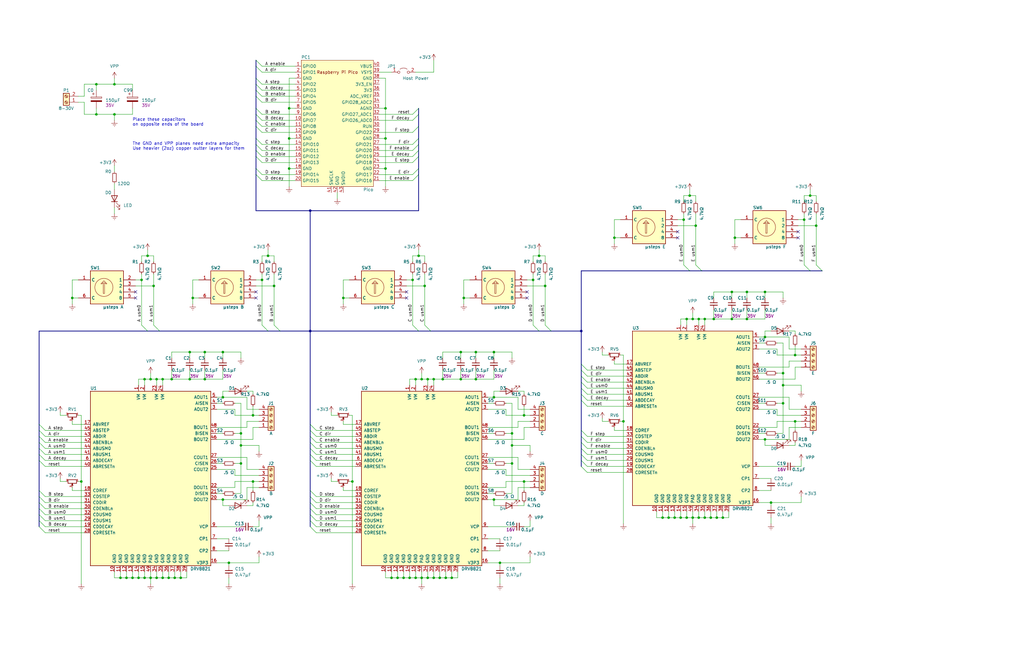
<source format=kicad_sch>
(kicad_sch (version 20211123) (generator eeschema)
  (paper "USLedger")
  (title_block (title "Hexastep for Raspberry Pi Pico") (date "2022-06-23") (company "Hexastep"))
  (junction (at 63.5 243.84))
  (junction (at 110.49 118.11))
  (junction (at 279.4 218.44))
  (junction (at 48.26 35.56))
  (junction (at 177.8 160.02))
  (junction (at 66.04 160.02))
  (junction (at 262.89 177.8))
  (junction (at 190.5 243.84))
  (junction (at 335.28 149.86))
  (junction (at 259.08 100.33))
  (junction (at 72.39 160.02))
  (junction (at 115.57 120.65))
  (junction (at 165.1 243.84))
  (junction (at 173.99 118.11))
  (junction (at 162.56 45.72))
  (junction (at 215.9 187.96))
  (junction (at 106.68 203.2))
  (junction (at 93.98 167.64))
  (junction (at 229.87 120.65))
  (junction (at 101.6 187.96))
  (junction (at 121.92 45.72))
  (junction (at 289.56 218.44))
  (junction (at 308.61 134.62))
  (junction (at 93.98 210.82))
  (junction (at 101.6 195.58))
  (junction (at 58.42 243.84))
  (junction (at 170.18 243.84))
  (junction (at 175.26 160.02))
  (junction (at 66.04 243.84))
  (junction (at 187.96 243.84))
  (junction (at 308.61 123.19))
  (junction (at 281.94 218.44))
  (junction (at 86.36 148.59))
  (junction (at 210.82 237.49))
  (junction (at 314.96 134.62))
  (junction (at 195.58 125.73))
  (junction (at 294.64 134.62))
  (junction (at 344.17 95.25))
  (junction (at 60.96 160.02))
  (junction (at 30.48 125.73))
  (junction (at 335.28 177.8))
  (junction (at 86.36 160.02))
  (junction (at 220.98 175.26))
  (junction (at 76.2 243.84))
  (junction (at 330.2 170.18))
  (junction (at 297.18 218.44))
  (junction (at 144.78 125.73))
  (junction (at 185.42 243.84))
  (junction (at 294.64 218.44))
  (junction (at 162.56 71.12))
  (junction (at 341.63 82.55))
  (junction (at 325.12 212.09))
  (junction (at 48.26 48.26))
  (junction (at 322.58 142.24))
  (junction (at 106.68 175.26))
  (junction (at 309.88 100.33))
  (junction (at 297.18 134.62))
  (junction (at 220.98 203.2))
  (junction (at 284.48 218.44))
  (junction (at 113.03 107.95))
  (junction (at 300.99 134.62))
  (junction (at 194.31 160.02))
  (junction (at 180.34 243.84))
  (junction (at 293.37 95.25))
  (junction (at 227.33 107.95))
  (junction (at 339.09 92.71))
  (junction (at 53.34 243.84))
  (junction (at 200.66 160.02))
  (junction (at 59.69 118.11))
  (junction (at 167.64 243.84))
  (junction (at 292.1 218.44))
  (junction (at 121.92 71.12))
  (junction (at 162.56 58.42))
  (junction (at 194.31 148.59))
  (junction (at 63.5 160.02))
  (junction (at 50.8 243.84))
  (junction (at 288.29 92.71))
  (junction (at 208.28 210.82))
  (junction (at 121.92 58.42))
  (junction (at 101.6 182.88))
  (junction (at 322.58 185.42))
  (junction (at 176.53 107.95))
  (junction (at 40.64 48.26))
  (junction (at 34.29 203.2))
  (junction (at 172.72 243.84))
  (junction (at 93.98 148.59))
  (junction (at 180.34 160.02))
  (junction (at 62.23 107.95))
  (junction (at 215.9 182.88))
  (junction (at 224.79 118.11))
  (junction (at 71.12 243.84))
  (junction (at 322.58 123.19))
  (junction (at 186.69 160.02))
  (junction (at 60.96 243.84))
  (junction (at 182.88 160.02))
  (junction (at 68.58 243.84))
  (junction (at 73.66 243.84))
  (junction (at 130.81 139.7))
  (junction (at 177.8 243.84))
  (junction (at 182.88 243.84))
  (junction (at 245.11 139.7))
  (junction (at 292.1 134.62))
  (junction (at 330.2 162.56))
  (junction (at 148.59 203.2))
  (junction (at 40.64 35.56))
  (junction (at 80.01 148.59))
  (junction (at 200.66 148.59))
  (junction (at 215.9 195.58))
  (junction (at 287.02 218.44))
  (junction (at 330.2 157.48))
  (junction (at 179.07 120.65))
  (junction (at 55.88 243.84))
  (junction (at 64.77 120.65))
  (junction (at 314.96 123.19))
  (junction (at 299.72 218.44))
  (junction (at 80.01 160.02))
  (junction (at 290.83 82.55))
  (junction (at 208.28 148.59))
  (junction (at 175.26 243.84))
  (junction (at 96.52 237.49))
  (junction (at 208.28 167.64))
  (junction (at 68.58 160.02))
  (junction (at 289.56 134.62))
  (junction (at 81.28 125.73))
  (junction (at 130.81 88.9))
  (junction (at 304.8 218.44))
  (junction (at 302.26 218.44))
  (no_connect (at 336.55 100.33))
  (no_connect (at 171.45 123.19))
  (no_connect (at 285.75 97.79))
  (no_connect (at 171.45 125.73))
  (no_connect (at 222.25 123.19))
  (no_connect (at 57.15 125.73))
  (no_connect (at 57.15 123.19))
  (no_connect (at 107.95 123.19))
  (no_connect (at 285.75 100.33))
  (no_connect (at 222.25 125.73))
  (no_connect (at 336.55 97.79))
  (no_connect (at 107.95 125.73))
  (bus_entry (at 110.49 137.16) (size 2.54 2.54))
  (bus_entry (at 115.57 137.16) (size 2.54 2.54))
  (bus_entry (at 59.69 137.16) (size 2.54 2.54))
  (bus_entry (at 64.77 137.16) (size 2.54 2.54))
  (bus_entry (at 179.07 137.16) (size 2.54 2.54))
  (bus_entry (at 173.99 137.16) (size 2.54 2.54))
  (bus_entry (at 224.79 137.16) (size 2.54 2.54))
  (bus_entry (at 229.87 137.16) (size 2.54 2.54))
  (bus_entry (at 130.81 207.01) (size 2.54 2.54))
  (bus_entry (at 130.81 209.55) (size 2.54 2.54))
  (bus_entry (at 130.81 212.09) (size 2.54 2.54))
  (bus_entry (at 130.81 214.63) (size 2.54 2.54))
  (bus_entry (at 130.81 217.17) (size 2.54 2.54))
  (bus_entry (at 130.81 222.25) (size 2.54 2.54))
  (bus_entry (at 130.81 219.71) (size 2.54 2.54))
  (bus_entry (at 130.81 179.07) (size 2.54 2.54))
  (bus_entry (at 130.81 181.61) (size 2.54 2.54))
  (bus_entry (at 130.81 184.15) (size 2.54 2.54))
  (bus_entry (at 130.81 186.69) (size 2.54 2.54))
  (bus_entry (at 130.81 189.23) (size 2.54 2.54))
  (bus_entry (at 130.81 191.77) (size 2.54 2.54))
  (bus_entry (at 130.81 194.31) (size 2.54 2.54))
  (bus_entry (at 245.11 191.77) (size 2.54 2.54))
  (bus_entry (at 245.11 194.31) (size 2.54 2.54))
  (bus_entry (at 245.11 186.69) (size 2.54 2.54))
  (bus_entry (at 245.11 189.23) (size 2.54 2.54))
  (bus_entry (at 245.11 181.61) (size 2.54 2.54))
  (bus_entry (at 245.11 184.15) (size 2.54 2.54))
  (bus_entry (at 245.11 196.85) (size 2.54 2.54))
  (bus_entry (at 245.11 158.75) (size 2.54 2.54))
  (bus_entry (at 245.11 161.29) (size 2.54 2.54))
  (bus_entry (at 245.11 163.83) (size 2.54 2.54))
  (bus_entry (at 245.11 166.37) (size 2.54 2.54))
  (bus_entry (at 245.11 168.91) (size 2.54 2.54))
  (bus_entry (at 245.11 153.67) (size 2.54 2.54))
  (bus_entry (at 245.11 156.21) (size 2.54 2.54))
  (bus_entry (at 173.99 66.04) (size 2.54 -2.54))
  (bus_entry (at 16.51 189.23) (size 2.54 2.54))
  (bus_entry (at 16.51 186.69) (size 2.54 2.54))
  (bus_entry (at 16.51 191.77) (size 2.54 2.54))
  (bus_entry (at 173.99 68.58) (size 2.54 -2.54))
  (bus_entry (at 16.51 217.17) (size 2.54 2.54))
  (bus_entry (at 16.51 219.71) (size 2.54 2.54))
  (bus_entry (at 16.51 214.63) (size 2.54 2.54))
  (bus_entry (at 173.99 63.5) (size 2.54 -2.54))
  (bus_entry (at 16.51 179.07) (size 2.54 2.54))
  (bus_entry (at 16.51 209.55) (size 2.54 2.54))
  (bus_entry (at 16.51 207.01) (size 2.54 2.54))
  (bus_entry (at 16.51 212.09) (size 2.54 2.54))
  (bus_entry (at 16.51 222.25) (size 2.54 2.54))
  (bus_entry (at 16.51 181.61) (size 2.54 2.54))
  (bus_entry (at 16.51 184.15) (size 2.54 2.54))
  (bus_entry (at 16.51 194.31) (size 2.54 2.54))
  (bus_entry (at 173.99 60.96) (size 2.54 -2.54))
  (bus_entry (at 288.29 111.76) (size 2.54 2.54))
  (bus_entry (at 107.95 35.56) (size 2.54 2.54))
  (bus_entry (at 107.95 33.02) (size 2.54 2.54))
  (bus_entry (at 107.95 40.64) (size 2.54 2.54))
  (bus_entry (at 107.95 38.1) (size 2.54 2.54))
  (bus_entry (at 107.95 27.94) (size 2.54 2.54))
  (bus_entry (at 107.95 25.4) (size 2.54 2.54))
  (bus_entry (at 173.99 76.2) (size 2.54 -2.54))
  (bus_entry (at 173.99 73.66) (size 2.54 -2.54))
  (bus_entry (at 173.99 48.26) (size 2.54 -2.54))
  (bus_entry (at 344.17 111.76) (size 2.54 2.54))
  (bus_entry (at 107.95 53.34) (size 2.54 2.54))
  (bus_entry (at 107.95 50.8) (size 2.54 2.54))
  (bus_entry (at 107.95 48.26) (size 2.54 2.54))
  (bus_entry (at 107.95 45.72) (size 2.54 2.54))
  (bus_entry (at 107.95 66.04) (size 2.54 2.54))
  (bus_entry (at 107.95 63.5) (size 2.54 2.54))
  (bus_entry (at 107.95 60.96) (size 2.54 2.54))
  (bus_entry (at 107.95 58.42) (size 2.54 2.54))
  (bus_entry (at 107.95 73.66) (size 2.54 2.54))
  (bus_entry (at 107.95 71.12) (size 2.54 2.54))
  (bus_entry (at 173.99 55.88) (size 2.54 -2.54))
  (bus_entry (at 293.37 111.76) (size 2.54 2.54))
  (bus_entry (at 173.99 50.8) (size 2.54 -2.54))
  (bus_entry (at 339.09 111.76) (size 2.54 2.54))
  (wire (pts (xy 99.06 198.12) (xy 99.06 200.66)))
  (wire (pts (xy 48.26 77.47) (xy 48.26 80.01)))
  (wire (pts (xy 320.04 147.32) (xy 327.66 147.32)))
  (wire (pts (xy 205.74 205.74) (xy 213.36 205.74)))
  (bus (pts (xy 16.51 219.71) (xy 16.51 222.25)))
  (wire (pts (xy 110.49 50.8) (xy 124.46 50.8)))
  (wire (pts (xy 289.56 218.44) (xy 287.02 218.44)))
  (bus (pts (xy 245.11 114.3) (xy 290.83 114.3)))
  (wire (pts (xy 307.34 218.44) (xy 304.8 218.44)))
  (wire (pts (xy 309.88 100.33) (xy 312.42 100.33)))
  (wire (pts (xy 314.96 123.19) (xy 322.58 123.19)))
  (wire (pts (xy 177.8 243.84) (xy 177.8 246.38)))
  (bus (pts (xy 130.81 189.23) (xy 130.81 191.77)))
  (wire (pts (xy 172.72 241.3) (xy 172.72 243.84)))
  (wire (pts (xy 91.44 208.28) (xy 93.98 208.28)))
  (wire (pts (xy 320.04 170.18) (xy 322.58 170.18)))
  (wire (pts (xy 19.05 209.55) (xy 35.56 209.55)))
  (wire (pts (xy 332.74 167.64) (xy 332.74 172.72)))
  (wire (pts (xy 58.42 160.02) (xy 58.42 162.56)))
  (wire (pts (xy 213.36 200.66) (xy 223.52 200.66)))
  (wire (pts (xy 279.4 215.9) (xy 279.4 218.44)))
  (wire (pts (xy 72.39 160.02) (xy 68.58 160.02)))
  (wire (pts (xy 96.52 237.49) (xy 109.22 237.49)))
  (bus (pts (xy 107.95 33.02) (xy 107.95 35.56)))
  (wire (pts (xy 320.04 201.93) (xy 325.12 201.93)))
  (wire (pts (xy 327.66 149.86) (xy 335.28 149.86)))
  (bus (pts (xy 227.33 139.7) (xy 232.41 139.7)))
  (wire (pts (xy 213.36 208.28) (xy 215.9 208.28)))
  (wire (pts (xy 220.98 203.2) (xy 220.98 207.01)))
  (bus (pts (xy 130.81 181.61) (xy 130.81 184.15)))
  (wire (pts (xy 287.02 218.44) (xy 284.48 218.44)))
  (wire (pts (xy 327.66 175.26) (xy 337.82 175.26)))
  (wire (pts (xy 86.36 148.59) (xy 93.98 148.59)))
  (wire (pts (xy 101.6 195.58) (xy 101.6 208.28)))
  (wire (pts (xy 91.44 170.18) (xy 93.98 170.18)))
  (wire (pts (xy 205.74 193.04) (xy 218.44 193.04)))
  (bus (pts (xy 107.95 88.9) (xy 130.81 88.9)))
  (wire (pts (xy 19.05 184.15) (xy 35.56 184.15)))
  (wire (pts (xy 205.74 170.18) (xy 208.28 170.18)))
  (wire (pts (xy 205.74 185.42) (xy 220.98 185.42)))
  (wire (pts (xy 139.7 173.99) (xy 139.7 175.26)))
  (wire (pts (xy 99.06 203.2) (xy 99.06 205.74)))
  (bus (pts (xy 130.81 209.55) (xy 130.81 212.09)))
  (wire (pts (xy 172.72 160.02) (xy 172.72 162.56)))
  (wire (pts (xy 177.8 241.3) (xy 177.8 243.84)))
  (wire (pts (xy 93.98 148.59) (xy 93.98 151.13)))
  (wire (pts (xy 327.66 144.78) (xy 330.2 144.78)))
  (bus (pts (xy 245.11 196.85) (xy 245.11 194.31)))
  (wire (pts (xy 200.66 148.59) (xy 200.66 151.13)))
  (wire (pts (xy 213.36 170.18) (xy 215.9 170.18)))
  (wire (pts (xy 218.44 198.12) (xy 223.52 198.12)))
  (wire (pts (xy 63.5 157.48) (xy 63.5 160.02)))
  (wire (pts (xy 62.23 107.95) (xy 64.77 107.95)))
  (wire (pts (xy 101.6 148.59) (xy 101.6 151.13)))
  (wire (pts (xy 259.08 92.71) (xy 259.08 100.33)))
  (wire (pts (xy 147.32 175.26) (xy 148.59 175.26)))
  (wire (pts (xy 309.88 92.71) (xy 309.88 100.33)))
  (wire (pts (xy 205.74 232.41) (xy 210.82 232.41)))
  (wire (pts (xy 91.44 185.42) (xy 106.68 185.42)))
  (wire (pts (xy 213.36 198.12) (xy 213.36 200.66)))
  (wire (pts (xy 148.59 246.38) (xy 148.59 203.2)))
  (bus (pts (xy 245.11 191.77) (xy 245.11 189.23)))
  (bus (pts (xy 107.95 38.1) (xy 107.95 40.64)))
  (wire (pts (xy 96.52 237.49) (xy 96.52 238.76)))
  (bus (pts (xy 113.03 139.7) (xy 118.11 139.7)))
  (wire (pts (xy 320.04 212.09) (xy 325.12 212.09)))
  (wire (pts (xy 160.02 58.42) (xy 162.56 58.42)))
  (wire (pts (xy 104.14 165.1) (xy 106.68 165.1)))
  (wire (pts (xy 160.02 60.96) (xy 173.99 60.96)))
  (wire (pts (xy 99.06 208.28) (xy 101.6 208.28)))
  (wire (pts (xy 124.46 33.02) (xy 121.92 33.02)))
  (wire (pts (xy 59.69 107.95) (xy 59.69 110.49)))
  (wire (pts (xy 325.12 139.7) (xy 322.58 139.7)))
  (bus (pts (xy 130.81 88.9) (xy 130.81 139.7)))
  (bus (pts (xy 245.11 139.7) (xy 245.11 114.3)))
  (wire (pts (xy 205.74 237.49) (xy 210.82 237.49)))
  (wire (pts (xy 162.56 243.84) (xy 162.56 241.3)))
  (wire (pts (xy 40.64 48.26) (xy 40.64 45.72)))
  (bus (pts (xy 16.51 209.55) (xy 16.51 212.09)))
  (wire (pts (xy 208.28 213.36) (xy 210.82 213.36)))
  (wire (pts (xy 314.96 134.62) (xy 314.96 130.81)))
  (wire (pts (xy 220.98 213.36) (xy 220.98 212.09)))
  (wire (pts (xy 299.72 215.9) (xy 299.72 218.44)))
  (wire (pts (xy 144.78 207.01) (xy 149.86 207.01)))
  (wire (pts (xy 91.44 180.34) (xy 104.14 180.34)))
  (wire (pts (xy 259.08 153.67) (xy 264.16 153.67)))
  (wire (pts (xy 101.6 187.96) (xy 101.6 195.58)))
  (bus (pts (xy 107.95 25.4) (xy 107.95 27.94)))
  (wire (pts (xy 208.28 210.82) (xy 218.44 210.82)))
  (wire (pts (xy 302.26 218.44) (xy 299.72 218.44)))
  (wire (pts (xy 290.83 82.55) (xy 293.37 82.55)))
  (wire (pts (xy 322.58 142.24) (xy 332.74 142.24)))
  (wire (pts (xy 91.44 167.64) (xy 93.98 167.64)))
  (wire (pts (xy 55.88 35.56) (xy 48.26 35.56)))
  (wire (pts (xy 99.06 182.88) (xy 101.6 182.88)))
  (wire (pts (xy 332.74 139.7) (xy 335.28 139.7)))
  (wire (pts (xy 195.58 125.73) (xy 195.58 128.27)))
  (wire (pts (xy 160.02 45.72) (xy 162.56 45.72)))
  (wire (pts (xy 194.31 148.59) (xy 200.66 148.59)))
  (wire (pts (xy 68.58 160.02) (xy 66.04 160.02)))
  (wire (pts (xy 110.49 30.48) (xy 124.46 30.48)))
  (wire (pts (xy 215.9 148.59) (xy 215.9 151.13)))
  (wire (pts (xy 160.02 63.5) (xy 173.99 63.5)))
  (wire (pts (xy 110.49 73.66) (xy 124.46 73.66)))
  (wire (pts (xy 179.07 115.57) (xy 179.07 120.65)))
  (wire (pts (xy 327.66 170.18) (xy 330.2 170.18)))
  (wire (pts (xy 59.69 118.11) (xy 59.69 137.16)))
  (wire (pts (xy 175.26 160.02) (xy 172.72 160.02)))
  (wire (pts (xy 182.88 25.4) (xy 182.88 30.48)))
  (wire (pts (xy 261.62 92.71) (xy 259.08 92.71)))
  (wire (pts (xy 30.48 179.07) (xy 35.56 179.07)))
  (wire (pts (xy 165.1 241.3) (xy 165.1 243.84)))
  (wire (pts (xy 25.4 201.93) (xy 25.4 203.2)))
  (wire (pts (xy 55.88 243.84) (xy 53.34 243.84)))
  (wire (pts (xy 210.82 237.49) (xy 210.82 238.76)))
  (wire (pts (xy 194.31 148.59) (xy 194.31 151.13)))
  (wire (pts (xy 19.05 219.71) (xy 35.56 219.71)))
  (wire (pts (xy 110.49 63.5) (xy 124.46 63.5)))
  (wire (pts (xy 109.22 187.96) (xy 109.22 190.5)))
  (wire (pts (xy 279.4 218.44) (xy 276.86 218.44)))
  (wire (pts (xy 220.98 175.26) (xy 223.52 175.26)))
  (bus (pts (xy 16.51 184.15) (xy 16.51 186.69)))
  (wire (pts (xy 205.74 227.33) (xy 210.82 227.33)))
  (bus (pts (xy 245.11 161.29) (xy 245.11 158.75)))
  (wire (pts (xy 91.44 210.82) (xy 93.98 210.82)))
  (wire (pts (xy 287.02 215.9) (xy 287.02 218.44)))
  (wire (pts (xy 133.35 196.85) (xy 149.86 196.85)))
  (wire (pts (xy 30.48 125.73) (xy 33.02 125.73)))
  (wire (pts (xy 81.28 125.73) (xy 81.28 128.27)))
  (wire (pts (xy 335.28 149.86) (xy 337.82 149.86)))
  (wire (pts (xy 78.74 243.84) (xy 76.2 243.84)))
  (wire (pts (xy 72.39 151.13) (xy 72.39 148.59)))
  (wire (pts (xy 162.56 71.12) (xy 162.56 78.74)))
  (wire (pts (xy 57.15 120.65) (xy 64.77 120.65)))
  (bus (pts (xy 16.51 189.23) (xy 16.51 191.77)))
  (bus (pts (xy 107.95 35.56) (xy 107.95 38.1)))
  (wire (pts (xy 106.68 213.36) (xy 106.68 212.09)))
  (wire (pts (xy 110.49 48.26) (xy 124.46 48.26)))
  (wire (pts (xy 335.28 196.85) (xy 337.82 196.85)))
  (wire (pts (xy 58.42 241.3) (xy 58.42 243.84)))
  (wire (pts (xy 162.56 33.02) (xy 162.56 45.72)))
  (wire (pts (xy 320.04 182.88) (xy 322.58 182.88)))
  (wire (pts (xy 115.57 107.95) (xy 115.57 110.49)))
  (wire (pts (xy 185.42 243.84) (xy 182.88 243.84)))
  (wire (pts (xy 144.78 125.73) (xy 144.78 128.27)))
  (wire (pts (xy 19.05 189.23) (xy 35.56 189.23)))
  (wire (pts (xy 160.02 76.2) (xy 173.99 76.2)))
  (wire (pts (xy 133.35 217.17) (xy 149.86 217.17)))
  (wire (pts (xy 160.02 55.88) (xy 173.99 55.88)))
  (bus (pts (xy 67.31 139.7) (xy 113.03 139.7)))
  (wire (pts (xy 335.28 177.8) (xy 337.82 177.8)))
  (wire (pts (xy 227.33 105.41) (xy 227.33 107.95)))
  (wire (pts (xy 110.49 40.64) (xy 124.46 40.64)))
  (wire (pts (xy 182.88 243.84) (xy 180.34 243.84)))
  (wire (pts (xy 19.05 224.79) (xy 35.56 224.79)))
  (bus (pts (xy 176.53 63.5) (xy 176.53 66.04)))
  (wire (pts (xy 139.7 175.26) (xy 142.24 175.26)))
  (wire (pts (xy 80.01 148.59) (xy 80.01 151.13)))
  (wire (pts (xy 223.52 222.25) (xy 223.52 219.71)))
  (wire (pts (xy 180.34 160.02) (xy 177.8 160.02)))
  (wire (pts (xy 205.74 195.58) (xy 208.28 195.58)))
  (wire (pts (xy 60.96 160.02) (xy 60.96 162.56)))
  (wire (pts (xy 332.74 147.32) (xy 337.82 147.32)))
  (wire (pts (xy 190.5 241.3) (xy 190.5 243.84)))
  (wire (pts (xy 171.45 120.65) (xy 179.07 120.65)))
  (bus (pts (xy 181.61 139.7) (xy 227.33 139.7)))
  (wire (pts (xy 330.2 123.19) (xy 330.2 125.73)))
  (wire (pts (xy 110.49 107.95) (xy 110.49 110.49)))
  (bus (pts (xy 16.51 207.01) (xy 16.51 209.55)))
  (wire (pts (xy 91.44 237.49) (xy 96.52 237.49)))
  (wire (pts (xy 254 148.59) (xy 254 149.86)))
  (wire (pts (xy 99.06 170.18) (xy 101.6 170.18)))
  (wire (pts (xy 30.48 118.11) (xy 30.48 125.73)))
  (wire (pts (xy 281.94 215.9) (xy 281.94 218.44)))
  (wire (pts (xy 93.98 148.59) (xy 101.6 148.59)))
  (wire (pts (xy 33.02 203.2) (xy 34.29 203.2)))
  (wire (pts (xy 205.74 210.82) (xy 208.28 210.82)))
  (wire (pts (xy 60.96 243.84) (xy 58.42 243.84)))
  (wire (pts (xy 66.04 160.02) (xy 63.5 160.02)))
  (wire (pts (xy 247.65 194.31) (xy 264.16 194.31)))
  (wire (pts (xy 133.35 219.71) (xy 149.86 219.71)))
  (wire (pts (xy 254 177.8) (xy 256.54 177.8)))
  (wire (pts (xy 247.65 158.75) (xy 264.16 158.75)))
  (wire (pts (xy 337.82 196.85) (xy 337.82 194.31)))
  (wire (pts (xy 247.65 168.91) (xy 264.16 168.91)))
  (wire (pts (xy 180.34 241.3) (xy 180.34 243.84)))
  (wire (pts (xy 63.5 160.02) (xy 60.96 160.02)))
  (wire (pts (xy 121.92 71.12) (xy 121.92 78.74)))
  (bus (pts (xy 232.41 139.7) (xy 245.11 139.7)))
  (wire (pts (xy 76.2 241.3) (xy 76.2 243.84)))
  (wire (pts (xy 93.98 210.82) (xy 104.14 210.82)))
  (wire (pts (xy 320.04 180.34) (xy 327.66 180.34)))
  (wire (pts (xy 218.44 177.8) (xy 223.52 177.8)))
  (wire (pts (xy 110.49 35.56) (xy 124.46 35.56)))
  (wire (pts (xy 186.69 160.02) (xy 182.88 160.02)))
  (bus (pts (xy 290.83 114.3) (xy 295.91 114.3)))
  (wire (pts (xy 148.59 175.26) (xy 148.59 203.2)))
  (bus (pts (xy 176.53 71.12) (xy 176.53 73.66)))
  (wire (pts (xy 177.8 157.48) (xy 177.8 160.02)))
  (wire (pts (xy 336.55 92.71) (xy 339.09 92.71)))
  (wire (pts (xy 59.69 115.57) (xy 59.69 118.11)))
  (wire (pts (xy 160.02 33.02) (xy 162.56 33.02)))
  (wire (pts (xy 292.1 132.08) (xy 292.1 134.62)))
  (wire (pts (xy 104.14 167.64) (xy 104.14 172.72)))
  (wire (pts (xy 91.44 227.33) (xy 96.52 227.33)))
  (wire (pts (xy 81.28 125.73) (xy 83.82 125.73)))
  (wire (pts (xy 162.56 58.42) (xy 162.56 71.12)))
  (wire (pts (xy 71.12 243.84) (xy 68.58 243.84)))
  (wire (pts (xy 259.08 100.33) (xy 259.08 102.87)))
  (bus (pts (xy 16.51 191.77) (xy 16.51 194.31)))
  (wire (pts (xy 200.66 160.02) (xy 208.28 160.02)))
  (bus (pts (xy 245.11 156.21) (xy 245.11 153.67)))
  (bus (pts (xy 176.53 60.96) (xy 176.53 63.5)))
  (wire (pts (xy 133.35 214.63) (xy 149.86 214.63)))
  (wire (pts (xy 110.49 38.1) (xy 124.46 38.1)))
  (wire (pts (xy 57.15 118.11) (xy 59.69 118.11)))
  (wire (pts (xy 121.92 45.72) (xy 124.46 45.72)))
  (wire (pts (xy 320.04 160.02) (xy 335.28 160.02)))
  (wire (pts (xy 104.14 180.34) (xy 104.14 177.8)))
  (wire (pts (xy 19.05 186.69) (xy 35.56 186.69)))
  (wire (pts (xy 147.32 118.11) (xy 144.78 118.11)))
  (wire (pts (xy 162.56 45.72) (xy 162.56 58.42)))
  (wire (pts (xy 33.02 118.11) (xy 30.48 118.11)))
  (wire (pts (xy 110.49 68.58) (xy 124.46 68.58)))
  (wire (pts (xy 327.66 182.88) (xy 330.2 182.88)))
  (wire (pts (xy 198.12 118.11) (xy 195.58 118.11)))
  (wire (pts (xy 281.94 218.44) (xy 279.4 218.44)))
  (wire (pts (xy 104.14 205.74) (xy 109.22 205.74)))
  (wire (pts (xy 341.63 82.55) (xy 339.09 82.55)))
  (wire (pts (xy 66.04 243.84) (xy 63.5 243.84)))
  (wire (pts (xy 320.04 157.48) (xy 322.58 157.48)))
  (wire (pts (xy 19.05 214.63) (xy 35.56 214.63)))
  (wire (pts (xy 220.98 171.45) (xy 220.98 175.26)))
  (wire (pts (xy 307.34 215.9) (xy 307.34 218.44)))
  (wire (pts (xy 276.86 218.44) (xy 276.86 215.9)))
  (wire (pts (xy 312.42 92.71) (xy 309.88 92.71)))
  (wire (pts (xy 297.18 134.62) (xy 294.64 134.62)))
  (wire (pts (xy 63.5 243.84) (xy 60.96 243.84)))
  (wire (pts (xy 110.49 60.96) (xy 124.46 60.96)))
  (wire (pts (xy 247.65 166.37) (xy 264.16 166.37)))
  (wire (pts (xy 104.14 205.74) (xy 104.14 210.82)))
  (wire (pts (xy 91.44 205.74) (xy 99.06 205.74)))
  (wire (pts (xy 213.36 203.2) (xy 213.36 205.74)))
  (wire (pts (xy 133.35 222.25) (xy 149.86 222.25)))
  (wire (pts (xy 165.1 243.84) (xy 162.56 243.84)))
  (wire (pts (xy 186.69 156.21) (xy 186.69 160.02)))
  (wire (pts (xy 205.74 198.12) (xy 213.36 198.12)))
  (wire (pts (xy 144.78 118.11) (xy 144.78 125.73)))
  (wire (pts (xy 287.02 134.62) (xy 287.02 137.16)))
  (wire (pts (xy 327.66 177.8) (xy 327.66 180.34)))
  (wire (pts (xy 344.17 95.25) (xy 344.17 111.76)))
  (bus (pts (xy 245.11 166.37) (xy 245.11 163.83)))
  (wire (pts (xy 320.04 144.78) (xy 322.58 144.78)))
  (wire (pts (xy 99.06 203.2) (xy 106.68 203.2)))
  (bus (pts (xy 107.95 27.94) (xy 107.95 33.02)))
  (wire (pts (xy 133.35 181.61) (xy 149.86 181.61)))
  (wire (pts (xy 229.87 120.65) (xy 229.87 137.16)))
  (bus (pts (xy 62.23 139.7) (xy 67.31 139.7)))
  (wire (pts (xy 294.64 134.62) (xy 292.1 134.62)))
  (wire (pts (xy 299.72 218.44) (xy 297.18 218.44)))
  (wire (pts (xy 35.56 43.18) (xy 35.56 48.26)))
  (wire (pts (xy 19.05 196.85) (xy 35.56 196.85)))
  (wire (pts (xy 19.05 222.25) (xy 35.56 222.25)))
  (wire (pts (xy 104.14 193.04) (xy 104.14 198.12)))
  (wire (pts (xy 160.02 50.8) (xy 173.99 50.8)))
  (wire (pts (xy 224.79 115.57) (xy 224.79 118.11)))
  (wire (pts (xy 220.98 165.1) (xy 220.98 166.37)))
  (wire (pts (xy 113.03 107.95) (xy 110.49 107.95)))
  (wire (pts (xy 142.24 81.28) (xy 142.24 83.82)))
  (wire (pts (xy 106.68 185.42) (xy 106.68 180.34)))
  (bus (pts (xy 130.81 217.17) (xy 130.81 219.71)))
  (wire (pts (xy 294.64 215.9) (xy 294.64 218.44)))
  (wire (pts (xy 208.28 210.82) (xy 208.28 213.36)))
  (wire (pts (xy 91.44 232.41) (xy 96.52 232.41)))
  (wire (pts (xy 259.08 180.34) (xy 259.08 181.61)))
  (wire (pts (xy 215.9 187.96) (xy 223.52 187.96)))
  (bus (pts (xy 130.81 191.77) (xy 130.81 194.31)))
  (wire (pts (xy 110.49 55.88) (xy 124.46 55.88)))
  (wire (pts (xy 208.28 160.02) (xy 208.28 156.21)))
  (wire (pts (xy 91.44 195.58) (xy 93.98 195.58)))
  (wire (pts (xy 170.18 243.84) (xy 167.64 243.84)))
  (wire (pts (xy 35.56 40.64) (xy 35.56 35.56)))
  (wire (pts (xy 320.04 172.72) (xy 327.66 172.72)))
  (wire (pts (xy 335.28 146.05) (xy 335.28 149.86)))
  (bus (pts (xy 176.53 45.72) (xy 176.53 48.26)))
  (wire (pts (xy 58.42 243.84) (xy 55.88 243.84)))
  (wire (pts (xy 48.26 48.26) (xy 48.26 50.8)))
  (wire (pts (xy 332.74 172.72) (xy 337.82 172.72)))
  (wire (pts (xy 289.56 134.62) (xy 287.02 134.62)))
  (wire (pts (xy 224.79 118.11) (xy 224.79 137.16)))
  (wire (pts (xy 339.09 92.71) (xy 339.09 111.76)))
  (wire (pts (xy 50.8 243.84) (xy 48.26 243.84)))
  (wire (pts (xy 210.82 243.84) (xy 210.82 246.38)))
  (wire (pts (xy 104.14 177.8) (xy 109.22 177.8)))
  (bus (pts (xy 107.95 66.04) (xy 107.95 71.12)))
  (wire (pts (xy 173.99 118.11) (xy 173.99 137.16)))
  (wire (pts (xy 80.01 160.02) (xy 86.36 160.02)))
  (wire (pts (xy 320.04 196.85) (xy 330.2 196.85)))
  (wire (pts (xy 133.35 191.77) (xy 149.86 191.77)))
  (wire (pts (xy 327.66 157.48) (xy 330.2 157.48)))
  (wire (pts (xy 64.77 120.65) (xy 64.77 137.16)))
  (wire (pts (xy 344.17 82.55) (xy 344.17 85.09)))
  (wire (pts (xy 63.5 243.84) (xy 63.5 246.38)))
  (wire (pts (xy 335.28 187.96) (xy 335.28 186.69)))
  (wire (pts (xy 55.88 48.26) (xy 55.88 45.72)))
  (wire (pts (xy 208.28 148.59) (xy 215.9 148.59)))
  (wire (pts (xy 330.2 162.56) (xy 337.82 162.56)))
  (bus (pts (xy 16.51 194.31) (xy 16.51 207.01)))
  (wire (pts (xy 99.06 195.58) (xy 101.6 195.58)))
  (wire (pts (xy 160.02 68.58) (xy 173.99 68.58)))
  (bus (pts (xy 176.53 58.42) (xy 176.53 60.96)))
  (wire (pts (xy 320.04 185.42) (xy 322.58 185.42)))
  (bus (pts (xy 245.11 181.61) (xy 245.11 168.91)))
  (wire (pts (xy 332.74 142.24) (xy 332.74 147.32)))
  (wire (pts (xy 297.18 215.9) (xy 297.18 218.44)))
  (wire (pts (xy 19.05 217.17) (xy 35.56 217.17)))
  (wire (pts (xy 175.26 160.02) (xy 175.26 162.56)))
  (wire (pts (xy 218.44 180.34) (xy 218.44 177.8)))
  (wire (pts (xy 322.58 185.42) (xy 332.74 185.42)))
  (wire (pts (xy 19.05 191.77) (xy 35.56 191.77)))
  (wire (pts (xy 205.74 167.64) (xy 208.28 167.64)))
  (wire (pts (xy 336.55 95.25) (xy 344.17 95.25)))
  (bus (pts (xy 176.53 139.7) (xy 181.61 139.7)))
  (bus (pts (xy 130.81 139.7) (xy 176.53 139.7)))
  (wire (pts (xy 335.28 139.7) (xy 335.28 140.97)))
  (wire (pts (xy 133.35 189.23) (xy 149.86 189.23)))
  (wire (pts (xy 99.06 175.26) (xy 106.68 175.26)))
  (bus (pts (xy 107.95 48.26) (xy 107.95 50.8)))
  (wire (pts (xy 335.28 177.8) (xy 335.28 181.61)))
  (wire (pts (xy 247.65 184.15) (xy 264.16 184.15)))
  (wire (pts (xy 254 176.53) (xy 254 177.8)))
  (wire (pts (xy 185.42 241.3) (xy 185.42 243.84)))
  (wire (pts (xy 133.35 184.15) (xy 149.86 184.15)))
  (bus (pts (xy 130.81 194.31) (xy 130.81 207.01)))
  (bus (pts (xy 245.11 153.67) (xy 245.11 139.7)))
  (bus (pts (xy 245.11 168.91) (xy 245.11 166.37)))
  (wire (pts (xy 292.1 218.44) (xy 292.1 220.98)))
  (wire (pts (xy 81.28 118.11) (xy 81.28 125.73)))
  (wire (pts (xy 322.58 123.19) (xy 330.2 123.19)))
  (wire (pts (xy 139.7 203.2) (xy 142.24 203.2)))
  (wire (pts (xy 167.64 241.3) (xy 167.64 243.84)))
  (wire (pts (xy 64.77 107.95) (xy 64.77 110.49)))
  (wire (pts (xy 176.53 105.41) (xy 176.53 107.95)))
  (wire (pts (xy 300.99 134.62) (xy 297.18 134.62)))
  (bus (pts (xy 245.11 184.15) (xy 245.11 181.61)))
  (wire (pts (xy 99.06 200.66) (xy 109.22 200.66)))
  (bus (pts (xy 16.51 139.7) (xy 16.51 179.07)))
  (wire (pts (xy 34.29 246.38) (xy 34.29 203.2)))
  (wire (pts (xy 96.52 165.1) (xy 93.98 165.1)))
  (wire (pts (xy 96.52 213.36) (xy 93.98 213.36)))
  (wire (pts (xy 186.69 151.13) (xy 186.69 148.59)))
  (wire (pts (xy 247.65 199.39) (xy 264.16 199.39)))
  (wire (pts (xy 218.44 165.1) (xy 220.98 165.1)))
  (wire (pts (xy 308.61 123.19) (xy 308.61 125.73)))
  (wire (pts (xy 205.74 182.88) (xy 208.28 182.88)))
  (wire (pts (xy 121.92 58.42) (xy 124.46 58.42)))
  (wire (pts (xy 133.35 212.09) (xy 149.86 212.09)))
  (bus (pts (xy 176.53 53.34) (xy 176.53 58.42)))
  (wire (pts (xy 288.29 92.71) (xy 288.29 111.76)))
  (wire (pts (xy 247.65 189.23) (xy 264.16 189.23)))
  (wire (pts (xy 339.09 82.55) (xy 339.09 85.09)))
  (wire (pts (xy 229.87 107.95) (xy 229.87 110.49)))
  (wire (pts (xy 101.6 170.18) (xy 101.6 182.88)))
  (wire (pts (xy 220.98 185.42) (xy 220.98 180.34)))
  (wire (pts (xy 171.45 118.11) (xy 173.99 118.11)))
  (bus (pts (xy 130.81 186.69) (xy 130.81 189.23)))
  (wire (pts (xy 335.28 160.02) (xy 335.28 154.94)))
  (wire (pts (xy 302.26 215.9) (xy 302.26 218.44)))
  (wire (pts (xy 325.12 218.44) (xy 325.12 220.98)))
  (bus (pts (xy 107.95 50.8) (xy 107.95 53.34)))
  (wire (pts (xy 208.28 165.1) (xy 208.28 167.64)))
  (bus (pts (xy 245.11 189.23) (xy 245.11 186.69)))
  (wire (pts (xy 99.06 172.72) (xy 99.06 175.26)))
  (wire (pts (xy 325.12 187.96) (xy 322.58 187.96)))
  (wire (pts (xy 229.87 115.57) (xy 229.87 120.65)))
  (wire (pts (xy 208.28 167.64) (xy 218.44 167.64)))
  (wire (pts (xy 175.26 241.3) (xy 175.26 243.84)))
  (wire (pts (xy 25.4 175.26) (xy 27.94 175.26)))
  (wire (pts (xy 66.04 241.3) (xy 66.04 243.84)))
  (wire (pts (xy 194.31 156.21) (xy 194.31 160.02)))
  (wire (pts (xy 121.92 58.42) (xy 121.92 71.12)))
  (wire (pts (xy 121.92 45.72) (xy 121.92 58.42)))
  (wire (pts (xy 50.8 241.3) (xy 50.8 243.84)))
  (wire (pts (xy 48.26 48.26) (xy 55.88 48.26)))
  (wire (pts (xy 308.61 134.62) (xy 300.99 134.62)))
  (wire (pts (xy 247.65 186.69) (xy 264.16 186.69)))
  (wire (pts (xy 292.1 134.62) (xy 289.56 134.62)))
  (wire (pts (xy 247.65 171.45) (xy 264.16 171.45)))
  (wire (pts (xy 292.1 218.44) (xy 289.56 218.44)))
  (wire (pts (xy 194.31 160.02) (xy 200.66 160.02)))
  (wire (pts (xy 309.88 100.33) (xy 309.88 102.87)))
  (wire (pts (xy 332.74 187.96) (xy 335.28 187.96)))
  (wire (pts (xy 60.96 160.02) (xy 58.42 160.02)))
  (wire (pts (xy 121.92 33.02) (xy 121.92 45.72)))
  (wire (pts (xy 110.49 76.2) (xy 124.46 76.2)))
  (bus (pts (xy 245.11 186.69) (xy 245.11 184.15)))
  (wire (pts (xy 332.74 180.34) (xy 332.74 185.42)))
  (wire (pts (xy 304.8 215.9) (xy 304.8 218.44)))
  (wire (pts (xy 86.36 148.59) (xy 86.36 151.13)))
  (wire (pts (xy 176.53 107.95) (xy 173.99 107.95)))
  (wire (pts (xy 107.95 118.11) (xy 110.49 118.11)))
  (wire (pts (xy 215.9 187.96) (xy 215.9 195.58)))
  (wire (pts (xy 182.88 241.3) (xy 182.88 243.84)))
  (wire (pts (xy 30.48 207.01) (xy 35.56 207.01)))
  (wire (pts (xy 293.37 90.17) (xy 293.37 95.25)))
  (wire (pts (xy 110.49 53.34) (xy 124.46 53.34)))
  (wire (pts (xy 91.44 182.88) (xy 93.98 182.88)))
  (wire (pts (xy 106.68 222.25) (xy 109.22 222.25)))
  (bus (pts (xy 245.11 158.75) (xy 245.11 156.21)))
  (wire (pts (xy 297.18 218.44) (xy 294.64 218.44)))
  (wire (pts (xy 177.8 160.02) (xy 175.26 160.02)))
  (wire (pts (xy 289.56 215.9) (xy 289.56 218.44)))
  (bus (pts (xy 16.51 179.07) (xy 16.51 181.61)))
  (wire (pts (xy 227.33 107.95) (xy 229.87 107.95)))
  (wire (pts (xy 110.49 118.11) (xy 110.49 137.16)))
  (bus (pts (xy 107.95 63.5) (xy 107.95 66.04)))
  (wire (pts (xy 63.5 241.3) (xy 63.5 243.84)))
  (wire (pts (xy 101.6 182.88) (xy 101.6 187.96)))
  (wire (pts (xy 40.64 35.56) (xy 40.64 38.1)))
  (wire (pts (xy 341.63 82.55) (xy 344.17 82.55)))
  (wire (pts (xy 215.9 195.58) (xy 215.9 208.28)))
  (wire (pts (xy 106.68 165.1) (xy 106.68 166.37)))
  (wire (pts (xy 144.78 125.73) (xy 147.32 125.73)))
  (wire (pts (xy 247.65 163.83) (xy 264.16 163.83)))
  (wire (pts (xy 320.04 154.94) (xy 332.74 154.94)))
  (bus (pts (xy 176.53 73.66) (xy 176.53 88.9)))
  (bus (pts (xy 107.95 60.96) (xy 107.95 63.5)))
  (wire (pts (xy 106.68 203.2) (xy 109.22 203.2)))
  (wire (pts (xy 223.52 234.95) (xy 223.52 237.49)))
  (wire (pts (xy 68.58 241.3) (xy 68.58 243.84)))
  (wire (pts (xy 68.58 243.84) (xy 66.04 243.84)))
  (bus (pts (xy 107.95 71.12) (xy 107.95 73.66)))
  (wire (pts (xy 53.34 243.84) (xy 50.8 243.84)))
  (wire (pts (xy 335.28 154.94) (xy 337.82 154.94)))
  (bus (pts (xy 245.11 194.31) (xy 245.11 191.77)))
  (wire (pts (xy 104.14 198.12) (xy 109.22 198.12)))
  (wire (pts (xy 55.88 241.3) (xy 55.88 243.84)))
  (wire (pts (xy 170.18 241.3) (xy 170.18 243.84)))
  (wire (pts (xy 60.96 241.3) (xy 60.96 243.84)))
  (wire (pts (xy 66.04 160.02) (xy 66.04 162.56)))
  (wire (pts (xy 213.36 182.88) (xy 215.9 182.88)))
  (wire (pts (xy 179.07 120.65) (xy 179.07 137.16)))
  (wire (pts (xy 262.89 220.98) (xy 262.89 177.8)))
  (wire (pts (xy 104.14 213.36) (xy 106.68 213.36)))
  (wire (pts (xy 106.68 203.2) (xy 106.68 207.01)))
  (wire (pts (xy 30.48 205.74) (xy 30.48 207.01)))
  (wire (pts (xy 91.44 193.04) (xy 104.14 193.04)))
  (wire (pts (xy 182.88 162.56) (xy 182.88 160.02)))
  (wire (pts (xy 133.35 186.69) (xy 149.86 186.69)))
  (wire (pts (xy 247.65 196.85) (xy 264.16 196.85)))
  (wire (pts (xy 308.61 134.62) (xy 314.96 134.62)))
  (wire (pts (xy 71.12 241.3) (xy 71.12 243.84)))
  (wire (pts (xy 314.96 134.62) (xy 322.58 134.62)))
  (wire (pts (xy 200.66 148.59) (xy 208.28 148.59)))
  (bus (pts (xy 107.95 40.64) (xy 107.95 45.72)))
  (bus (pts (xy 130.81 219.71) (xy 130.81 222.25)))
  (wire (pts (xy 337.82 162.56) (xy 337.82 165.1)))
  (bus (pts (xy 16.51 186.69) (xy 16.51 189.23)))
  (wire (pts (xy 110.49 66.04) (xy 124.46 66.04)))
  (wire (pts (xy 110.49 43.18) (xy 124.46 43.18)))
  (wire (pts (xy 48.26 33.02) (xy 48.26 35.56)))
  (wire (pts (xy 330.2 170.18) (xy 330.2 182.88)))
  (wire (pts (xy 193.04 241.3) (xy 193.04 243.84)))
  (wire (pts (xy 40.64 35.56) (xy 48.26 35.56)))
  (wire (pts (xy 215.9 170.18) (xy 215.9 182.88)))
  (wire (pts (xy 144.78 179.07) (xy 149.86 179.07)))
  (bus (pts (xy 16.51 181.61) (xy 16.51 184.15)))
  (wire (pts (xy 247.65 191.77) (xy 264.16 191.77)))
  (wire (pts (xy 288.29 90.17) (xy 288.29 92.71)))
  (bus (pts (xy 176.53 66.04) (xy 176.53 71.12)))
  (wire (pts (xy 72.39 148.59) (xy 80.01 148.59)))
  (wire (pts (xy 30.48 125.73) (xy 30.48 128.27)))
  (wire (pts (xy 30.48 177.8) (xy 30.48 179.07)))
  (wire (pts (xy 320.04 207.01) (xy 325.12 207.01)))
  (bus (pts (xy 130.81 179.07) (xy 130.81 181.61)))
  (wire (pts (xy 86.36 160.02) (xy 93.98 160.02)))
  (wire (pts (xy 160.02 48.26) (xy 173.99 48.26)))
  (wire (pts (xy 19.05 181.61) (xy 35.56 181.61)))
  (wire (pts (xy 218.44 205.74) (xy 223.52 205.74)))
  (wire (pts (xy 262.89 149.86) (xy 262.89 177.8)))
  (bus (pts (xy 130.81 184.15) (xy 130.81 186.69)))
  (wire (pts (xy 80.01 156.21) (xy 80.01 160.02)))
  (wire (pts (xy 288.29 82.55) (xy 288.29 85.09)))
  (wire (pts (xy 213.36 175.26) (xy 220.98 175.26)))
  (wire (pts (xy 322.58 123.19) (xy 322.58 125.73)))
  (bus (pts (xy 130.81 207.01) (xy 130.81 209.55)))
  (wire (pts (xy 147.32 203.2) (xy 148.59 203.2)))
  (wire (pts (xy 91.44 172.72) (xy 99.06 172.72)))
  (wire (pts (xy 290.83 80.01) (xy 290.83 82.55)))
  (wire (pts (xy 104.14 172.72) (xy 109.22 172.72)))
  (bus (pts (xy 107.95 58.42) (xy 107.95 60.96)))
  (wire (pts (xy 332.74 152.4) (xy 337.82 152.4)))
  (wire (pts (xy 175.26 243.84) (xy 172.72 243.84)))
  (wire (pts (xy 86.36 160.02) (xy 86.36 156.21)))
  (wire (pts (xy 62.23 105.41) (xy 62.23 107.95)))
  (wire (pts (xy 227.33 107.95) (xy 224.79 107.95)))
  (wire (pts (xy 247.65 156.21) (xy 264.16 156.21)))
  (wire (pts (xy 300.99 125.73) (xy 300.99 123.19)))
  (wire (pts (xy 200.66 160.02) (xy 200.66 156.21)))
  (wire (pts (xy 289.56 134.62) (xy 289.56 137.16)))
  (wire (pts (xy 40.64 48.26) (xy 48.26 48.26)))
  (wire (pts (xy 62.23 107.95) (xy 59.69 107.95)))
  (wire (pts (xy 330.2 144.78) (xy 330.2 157.48)))
  (bus (pts (xy 16.51 212.09) (xy 16.51 214.63)))
  (wire (pts (xy 25.4 203.2) (xy 27.94 203.2)))
  (wire (pts (xy 76.2 243.84) (xy 73.66 243.84)))
  (wire (pts (xy 218.44 167.64) (xy 218.44 172.72)))
  (wire (pts (xy 106.68 180.34) (xy 109.22 180.34)))
  (wire (pts (xy 261.62 149.86) (xy 262.89 149.86)))
  (wire (pts (xy 325.12 212.09) (xy 325.12 213.36)))
  (wire (pts (xy 167.64 243.84) (xy 165.1 243.84)))
  (wire (pts (xy 285.75 95.25) (xy 293.37 95.25)))
  (wire (pts (xy 259.08 152.4) (xy 259.08 153.67)))
  (wire (pts (xy 293.37 82.55) (xy 293.37 85.09)))
  (wire (pts (xy 72.39 156.21) (xy 72.39 160.02)))
  (wire (pts (xy 320.04 142.24) (xy 322.58 142.24)))
  (wire (pts (xy 300.99 130.81) (xy 300.99 134.62)))
  (wire (pts (xy 172.72 243.84) (xy 170.18 243.84)))
  (wire (pts (xy 308.61 123.19) (xy 314.96 123.19)))
  (wire (pts (xy 91.44 222.25) (xy 101.6 222.25)))
  (wire (pts (xy 176.53 107.95) (xy 179.07 107.95)))
  (wire (pts (xy 133.35 224.79) (xy 149.86 224.79)))
  (wire (pts (xy 173.99 115.57) (xy 173.99 118.11)))
  (wire (pts (xy 48.26 69.85) (xy 48.26 72.39)))
  (wire (pts (xy 205.74 172.72) (xy 213.36 172.72)))
  (wire (pts (xy 115.57 115.57) (xy 115.57 120.65)))
  (wire (pts (xy 304.8 218.44) (xy 302.26 218.44)))
  (wire (pts (xy 160.02 73.66) (xy 173.99 73.66)))
  (bus (pts (xy 130.81 139.7) (xy 130.81 179.07)))
  (wire (pts (xy 186.69 148.59) (xy 194.31 148.59)))
  (wire (pts (xy 144.78 177.8) (xy 144.78 179.07)))
  (wire (pts (xy 314.96 123.19) (xy 314.96 125.73)))
  (wire (pts (xy 19.05 212.09) (xy 35.56 212.09)))
  (wire (pts (xy 218.44 205.74) (xy 218.44 210.82)))
  (wire (pts (xy 73.66 243.84) (xy 71.12 243.84)))
  (bus (pts (xy 107.95 45.72) (xy 107.95 48.26)))
  (wire (pts (xy 96.52 243.84) (xy 96.52 246.38)))
  (wire (pts (xy 144.78 205.74) (xy 144.78 207.01)))
  (wire (pts (xy 259.08 181.61) (xy 264.16 181.61)))
  (wire (pts (xy 91.44 198.12) (xy 99.06 198.12)))
  (wire (pts (xy 332.74 180.34) (xy 337.82 180.34)))
  (wire (pts (xy 180.34 243.84) (xy 177.8 243.84)))
  (wire (pts (xy 182.88 30.48) (xy 175.26 30.48)))
  (wire (pts (xy 109.22 234.95) (xy 109.22 237.49)))
  (wire (pts (xy 259.08 100.33) (xy 261.62 100.33)))
  (wire (pts (xy 322.58 134.62) (xy 322.58 130.81)))
  (wire (pts (xy 68.58 162.56) (xy 68.58 160.02)))
  (bus (pts (xy 107.95 53.34) (xy 107.95 58.42)))
  (wire (pts (xy 322.58 187.96) (xy 322.58 185.42)))
  (wire (pts (xy 222.25 118.11) (xy 224.79 118.11)))
  (wire (pts (xy 297.18 137.16) (xy 297.18 134.62)))
  (wire (pts (xy 337.82 209.55) (xy 337.82 212.09)))
  (wire (pts (xy 247.65 161.29) (xy 264.16 161.29)))
  (wire (pts (xy 320.04 167.64) (xy 332.74 167.64)))
  (wire (pts (xy 121.92 71.12) (xy 124.46 71.12)))
  (wire (pts (xy 34.29 175.26) (xy 34.29 203.2)))
  (wire (pts (xy 292.1 215.9) (xy 292.1 218.44)))
  (wire (pts (xy 106.68 175.26) (xy 109.22 175.26)))
  (wire (pts (xy 25.4 173.99) (xy 25.4 175.26)))
  (bus (pts (xy 341.63 114.3) (xy 346.71 114.3)))
  (wire (pts (xy 285.75 92.71) (xy 288.29 92.71)))
  (bus (pts (xy 130.81 212.09) (xy 130.81 214.63)))
  (wire (pts (xy 190.5 243.84) (xy 187.96 243.84)))
  (wire (pts (xy 93.98 213.36) (xy 93.98 210.82)))
  (wire (pts (xy 327.66 172.72) (xy 327.66 175.26)))
  (wire (pts (xy 325.12 212.09) (xy 337.82 212.09)))
  (wire (pts (xy 344.17 90.17) (xy 344.17 95.25)))
  (wire (pts (xy 53.34 241.3) (xy 53.34 243.84)))
  (wire (pts (xy 205.74 222.25) (xy 215.9 222.25)))
  (wire (pts (xy 341.63 80.01) (xy 341.63 82.55)))
  (wire (pts (xy 223.52 187.96) (xy 223.52 190.5)))
  (wire (pts (xy 19.05 194.31) (xy 35.56 194.31)))
  (wire (pts (xy 33.02 43.18) (xy 35.56 43.18)))
  (wire (pts (xy 254 149.86) (xy 256.54 149.86)))
  (wire (pts (xy 290.83 82.55) (xy 288.29 82.55)))
  (wire (pts (xy 48.26 243.84) (xy 48.26 241.3)))
  (wire (pts (xy 35.56 35.56) (xy 40.64 35.56)))
  (wire (pts (xy 294.64 134.62) (xy 294.64 137.16)))
  (wire (pts (xy 78.74 241.3) (xy 78.74 243.84)))
  (wire (pts (xy 160.02 71.12) (xy 162.56 71.12)))
  (wire (pts (xy 195.58 118.11) (xy 195.58 125.73)))
  (wire (pts (xy 222.25 120.65) (xy 229.87 120.65)))
  (wire (pts (xy 261.62 177.8) (xy 262.89 177.8)))
  (bus (pts (xy 295.91 114.3) (xy 341.63 114.3)))
  (wire (pts (xy 213.36 203.2) (xy 220.98 203.2)))
  (wire (pts (xy 113.03 105.41) (xy 113.03 107.95)))
  (wire (pts (xy 101.6 187.96) (xy 109.22 187.96)))
  (wire (pts (xy 213.36 172.72) (xy 213.36 175.26)))
  (wire (pts (xy 48.26 87.63) (xy 48.26 90.17)))
  (wire (pts (xy 180.34 160.02) (xy 180.34 162.56)))
  (wire (pts (xy 215.9 182.88) (xy 215.9 187.96)))
  (wire (pts (xy 220.98 203.2) (xy 223.52 203.2)))
  (wire (pts (xy 55.88 38.1) (xy 55.88 35.56)))
  (wire (pts (xy 133.35 194.31) (xy 149.86 194.31)))
  (wire (pts (xy 107.95 120.65) (xy 115.57 120.65)))
  (wire (pts (xy 205.74 208.28) (xy 208.28 208.28)))
  (bus (pts (xy 16.51 217.17) (xy 16.51 219.71)))
  (wire (pts (xy 115.57 120.65) (xy 115.57 137.16)))
  (wire (pts (xy 322.58 139.7) (xy 322.58 142.24)))
  (wire (pts (xy 187.96 241.3) (xy 187.96 243.84)))
  (wire (pts (xy 80.01 160.02) (xy 72.39 160.02)))
  (wire (pts (xy 35.56 48.26) (xy 40.64 48.26)))
  (wire (pts (xy 208.28 148.59) (xy 208.28 151.13)))
  (bus (pts (xy 16.51 214.63) (xy 16.51 217.17)))
  (wire (pts (xy 109.22 222.25) (xy 109.22 219.71)))
  (wire (pts (xy 73.66 241.3) (xy 73.66 243.84)))
  (wire (pts (xy 300.99 123.19) (xy 308.61 123.19)))
  (wire (pts (xy 205.74 180.34) (xy 218.44 180.34)))
  (bus (pts (xy 130.81 214.63) (xy 130.81 217.17)))
  (wire (pts (xy 195.58 125.73) (xy 198.12 125.73)))
  (bus (pts (xy 107.95 73.66) (xy 107.95 88.9)))
  (wire (pts (xy 93.98 167.64) (xy 104.14 167.64)))
  (wire (pts (xy 93.98 160.02) (xy 93.98 156.21)))
  (bus (pts (xy 245.11 163.83) (xy 245.11 161.29)))
  (wire (pts (xy 330.2 162.56) (xy 330.2 170.18)))
  (wire (pts (xy 110.49 27.94) (xy 124.46 27.94)))
  (bus (pts (xy 118.11 139.7) (xy 130.81 139.7)))
  (wire (pts (xy 160.02 30.48) (xy 165.1 30.48)))
  (wire (pts (xy 33.02 40.64) (xy 35.56 40.64)))
  (bus (pts (xy 176.53 48.26) (xy 176.53 53.34)))
  (bus (pts (xy 16.51 139.7) (xy 62.23 139.7)))
  (wire (pts (xy 110.49 115.57) (xy 110.49 118.11)))
  (wire (pts (xy 218.44 193.04) (xy 218.44 198.12)))
  (wire (pts (xy 284.48 215.9) (xy 284.48 218.44)))
  (wire (pts (xy 33.02 175.26) (xy 34.29 175.26)))
  (wire (pts (xy 339.09 90.17) (xy 339.09 92.71)))
  (wire (pts (xy 210.82 165.1) (xy 208.28 165.1)))
  (wire (pts (xy 139.7 201.93) (xy 139.7 203.2)))
  (wire (pts (xy 193.04 243.84) (xy 190.5 243.84)))
  (wire (pts (xy 210.82 237.49) (xy 223.52 237.49)))
  (wire (pts (xy 113.03 107.95) (xy 115.57 107.95)))
  (wire (pts (xy 327.66 147.32) (xy 327.66 149.86)))
  (wire (pts (xy 106.68 171.45) (xy 106.68 175.26)))
  (bus (pts (xy 130.81 88.9) (xy 176.53 88.9)))
  (wire (pts (xy 179.07 107.95) (xy 179.07 110.49)))
  (wire (pts (xy 177.8 243.84) (xy 175.26 243.84)))
  (wire (pts (xy 220.98 222.25) (xy 223.52 222.25)))
  (wire (pts (xy 80.01 148.59) (xy 86.36 148.59)))
  (wire (pts (xy 182.88 160.02) (xy 180.34 160.02)))
  (wire (pts (xy 308.61 130.81) (xy 308.61 134.62)))
  (wire (pts (xy 327.66 177.8) (xy 335.28 177.8)))
  (wire (pts (xy 160.02 66.04) (xy 173.99 66.04)))
  (wire (pts (xy 284.48 218.44) (xy 281.94 218.44)))
  (wire (pts (xy 220.98 180.34) (xy 223.52 180.34)))
  (wire (pts (xy 133.35 209.55) (xy 149.86 209.55)))
  (wire (pts (xy 194.31 160.02) (xy 186.69 160.02)))
  (wire (pts (xy 332.74 154.94) (xy 332.74 152.4)))
  (wire (pts (xy 294.64 218.44) (xy 292.1 218.44)))
  (wire (pts (xy 93.98 165.1) (xy 93.98 167.64)))
  (wire (pts (xy 218.44 213.36) (xy 220.98 213.36)))
  (wire (pts (xy 218.44 172.72) (xy 223.52 172.72)))
  (wire (pts (xy 224.79 107.95) (xy 224.79 110.49)))
  (wire (pts (xy 293.37 95.25) (xy 293.37 111.76)))
  (wire (pts (xy 83.82 118.11) (xy 81.28 118.11)))
  (wire (pts (xy 187.96 243.84) (xy 185.42 243.84)))
  (wire (pts (xy 330.2 157.48) (xy 330.2 162.56)))
  (wire (pts (xy 64.77 115.57) (xy 64.77 120.65)))
  (wire (pts (xy 173.99 107.95) (xy 173.99 110.49)))
  (wire (pts (xy 213.36 195.58) (xy 215.9 195.58)))
  (text "Place these capacitors\non opposite ends of the board" (at 55.88 53.34 0) (effects (font (size 1.27 1.27)) (justify left bottom)))
  (text "The GND and VPP planes need extra ampacity\nUse heavier (2oz) copper outter layers for them" (at 55.88 63.5 0) (effects (font (size 1.27 1.27)) (justify left bottom)))
  (label "A dir" (at 20.32 184.15 0))
  (label "D decay" (at 111.76 76.2 0))
  (label "D enable" (at 111.76 66.04 0))
  (label "B enable" (at 111.76 40.64 0))
  (label "E enable" (at 248.92 161.29 0))
  (label "E enable" (at 172.72 76.2 180))
  (label "B dir" (at 111.76 43.18 0))
  (label "E decay" (at 248.92 168.91 0))
  (label "E usm0" (at 248.92 163.83 0))
  (label "reset" (at 248.92 199.39 0))
  (label "reset" (at 248.92 171.45 0))
  (label "C usm1" (at 134.62 191.77 0))
  (label "C dir" (at 111.76 55.88 0))
  (label "F usm0" (at 339.09 110.49 90))
  (label "B decay" (at 20.32 222.25 0))
  (label "E usm1" (at 248.92 166.37 0))
  (label "F usm1" (at 344.17 110.49 90))
  (label "E step" (at 172.72 68.58 180))
  (label "reset" (at 20.32 224.79 0))
  (label "reset" (at 172.72 48.26 180))
  (label "F step" (at 172.72 55.88 180))
  (label "A dir" (at 111.76 30.48 0))
  (label "reset" (at 134.62 196.85 0))
  (label "D decay" (at 134.62 222.25 0))
  (label "F usm0" (at 248.92 191.77 0))
  (label "C enable" (at 111.76 53.34 0))
  (label "reset" (at 134.62 224.79 0))
  (label "A decay" (at 111.76 38.1 0))
  (label "E step" (at 248.92 156.21 0))
  (label "B usm1" (at 115.57 135.89 90))
  (label "C decay" (at 111.76 63.5 0))
  (label "F decay" (at 172.72 50.8 180))
  (label "F dir" (at 172.72 60.96 180))
  (label "D usm0" (at 134.62 217.17 0))
  (label "C enable" (at 134.62 186.69 0))
  (label "A enable" (at 20.32 186.69 0))
  (label "C step" (at 111.76 60.96 0))
  (label "F enable" (at 248.92 189.23 0))
  (label "A decay" (at 20.32 194.31 0))
  (label "D usm1" (at 229.87 135.89 90))
  (label "A usm0" (at 20.32 189.23 0))
  (label "A step" (at 20.32 181.61 0))
  (label "A step" (at 111.76 35.56 0))
  (label "F enable" (at 172.72 63.5 180))
  (label "D usm0" (at 224.79 135.89 90))
  (label "B usm0" (at 20.32 217.17 0))
  (label "C decay" (at 134.62 194.31 0))
  (label "F step" (at 248.92 184.15 0))
  (label "C usm1" (at 179.07 135.89 90))
  (label "E decay" (at 172.72 66.04 180))
  (label "D dir" (at 134.62 212.09 0))
  (label "D step" (at 111.76 73.66 0))
  (label "B decay" (at 111.76 50.8 0))
  (label "D usm1" (at 134.62 219.71 0))
  (label "B usm0" (at 110.49 135.89 90))
  (label "F dir" (at 248.92 186.69 0))
  (label "C dir" (at 134.62 184.15 0))
  (label "E dir" (at 248.92 158.75 0))
  (label "B dir" (at 20.32 212.09 0))
  (label "A usm0" (at 59.69 135.89 90))
  (label "D dir" (at 111.76 68.58 0))
  (label "B enable" (at 20.32 214.63 0))
  (label "D enable" (at 134.62 214.63 0))
  (label "F decay" (at 248.92 196.85 0))
  (label "C usm0" (at 134.62 189.23 0))
  (label "E usm0" (at 288.29 110.49 90))
  (label "F usm1" (at 248.92 194.31 0))
  (label "A enable" (at 111.76 27.94 0))
  (label "E usm1" (at 293.37 110.49 90))
  (label "D step" (at 134.62 209.55 0))
  (label "E dir" (at 172.72 73.66 180))
  (label "A usm1" (at 20.32 191.77 0))
  (label "A usm1" (at 64.77 135.89 90))
  (label "reset" (at 20.32 196.85 0))
  (label "B step" (at 20.32 209.55 0))
  (label "B step" (at 111.76 48.26 0))
  (label "C step" (at 134.62 181.61 0))
  (label "B usm1" (at 20.32 219.71 0))
  (label "C usm0" (at 173.99 135.89 90))
  (symbol (lib_id "Device:R_Small") (at 293.37 87.63 0) (unit 1)
    (property "Reference" "R10" (at 292.1 85.09 0) (effects (justify right)))
    (property "Value" "4.7kΩ" (at 295.91 90.17 90))
    (property "Footprint" "Resistor_SMD:R_0402_1005Metric_Pad0.72x0.64mm_HandSolder" (effects hide))
  )
  (symbol (lib_id "Device:R_Small") (at 220.98 168.91 180) (unit 1)
    (property "Reference" "R15" (at 219.71 166.37 0) (effects (justify left)))
    (property "Value" "4.7kΩ" (at 222.25 166.37 0) (effects (justify right)))
    (property "Footprint" "Resistor_SMD:R_0402_1005Metric_Pad0.72x0.64mm_HandSolder" (effects hide))
  )
  (symbol (lib_id "power:Earth") (at 81.28 128.27 0) (unit 1)
    (property "Reference" "#PWR0145" (effects hide))
    (property "Value" "Earth" (effects hide))
  )
  (symbol (lib_id "power:+3V3") (at 182.88 25.4 0) (unit 1)
    (property "Reference" "#PWR0130" (effects hide))
    (property "Value" "+3V3" (at 179.07 24.13 0))
  )
  (symbol (lib_id "Hexastep:Pico") (at 142.24 52.07 0) (unit 1)
    (property "Reference" "PC1" (at 127 24.13 0) (effects (justify left)))
    (property "Value" "Pico" (at 157.48 80.01 0) (effects (justify right)))
    (property "Footprint" "Hexastep:RPi_Pico_SMD_only" (effects hide))
  )
  (symbol (lib_id "Device:R_Potentiometer_Small") (at 259.08 149.86 270) (unit 1)
    (property "Reference" "RV5" (at 259.08 147.32 90))
    (property "Value" "R_Potentiometer_Small" (effects hide))
    (property "Footprint" "Potentiometer_SMD:Potentiometer_ACP_CA6-VSMD_Vertical" (effects hide))
  )
  (symbol (lib_id "Device:R_Potentiometer_Small") (at 259.08 177.8 270) (unit 1)
    (property "Reference" "RV6" (at 259.08 175.26 90))
    (property "Value" "R_Potentiometer_Small" (effects hide))
    (property "Footprint" "Potentiometer_SMD:Potentiometer_ACP_CA6-VSMD_Vertical" (effects hide))
  )
  (symbol (lib_id "power:Earth") (at 325.12 220.98 0) (unit 1)
    (property "Reference" "#PWR0131" (effects hide))
    (property "Value" "Earth" (effects hide))
  )
  (symbol (lib_id "Device:C_Small") (at 200.66 153.67 0) (unit 1)
    (property "Reference" "C7" (at 200.66 151.13 0) (effects (justify right)))
    (property "Value" "0.1µF" (at 200.66 156.21 0) (effects (justify left)))
    (property "Footprint" "Capacitor_SMD:C_0402_1005Metric_Pad0.74x0.62mm_HandSolder" (effects hide))
    (property "Voltage" "35V" (at 200.66 158.75 0) (effects (justify left)))
  )
  (symbol (lib_id "Device:R_Small") (at 325.12 157.48 90) (unit 1)
    (property "Reference" "S10" (at 321.31 156.21 90))
    (property "Value" ".5 Ω" (at 325.12 161.29 90))
    (property "Footprint" "Resistor_SMD:R_1206_3216Metric_Pad1.30x1.75mm_HandSolder" (effects hide))
  )
  (symbol (lib_id "power:+3V3") (at 48.26 69.85 0) (unit 1)
    (property "Reference" "#PWR0107" (effects hide))
    (property "Value" "+3V3" (at 44.45 68.58 0))
  )
  (symbol (lib_id "Connector:Screw_Terminal_01x04") (at 228.6 177.8 0) (mirror x) (unit 1)
    (property "Reference" "J3" (at 228.6 170.18 0))
    (property "Value" "C" (at 228.6 182.88 0))
    (property "Footprint" "Hexastep:TerminalBlock_Phoenix_PT-1,5-4-3.5-H_1x04_P3.50mm_Horizontal" (effects hide))
  )
  (symbol (lib_id "power:Earth") (at 262.89 220.98 0) (unit 1)
    (property "Reference" "#PWR0121" (effects hide))
    (property "Value" "Earth" (effects hide))
  )
  (symbol (lib_id "Device:LED") (at 48.26 83.82 90) (unit 1)
    (property "Reference" "D0" (at 46.99 81.28 90) (effects (justify left)))
    (property "Value" "LED" (at 52.07 86.6774 90) (effects (justify right)))
    (property "Footprint" "LED_SMD:LED_0603_1608Metric_Pad1.05x0.95mm_HandSolder" (effects hide))
  )
  (symbol (lib_id "Device:R_Small") (at 229.87 113.03 0) (unit 1)
    (property "Reference" "R8" (at 228.6 110.49 0) (effects (justify right)))
    (property "Value" "4.7kΩ" (at 232.41 115.57 90))
    (property "Footprint" "Resistor_SMD:R_0402_1005Metric_Pad0.72x0.64mm_HandSolder" (effects hide))
  )
  (symbol (lib_id "Device:C_Small") (at 72.39 153.67 0) (unit 1)
    (property "Reference" "C1" (at 72.39 151.13 0) (effects (justify right)))
    (property "Value" "0.1µF" (at 72.39 156.21 0) (effects (justify left)))
    (property "Footprint" "Capacitor_SMD:C_0402_1005Metric_Pad0.74x0.62mm_HandSolder" (effects hide))
    (property "Voltage" "35V" (at 72.39 158.75 0) (effects (justify left)))
  )
  (symbol (lib_id "Device:R_Small") (at 110.49 113.03 0) (unit 1)
    (property "Reference" "R3" (at 109.22 110.49 0) (effects (justify right)))
    (property "Value" "4.7kΩ" (at 113.03 115.57 90))
    (property "Footprint" "Resistor_SMD:R_0402_1005Metric_Pad0.72x0.64mm_HandSolder" (effects hide))
  )
  (symbol (lib_id "Device:LED") (at 328.93 187.96 180) (unit 1)
    (property "Reference" "D6" (at 327.66 189.23 0) (effects (justify left)))
    (property "Value" "LED" (effects hide))
    (property "Footprint" "LED_SMD:LED_0603_1608Metric_Pad1.05x0.95mm_HandSolder" (effects hide))
  )
  (symbol (lib_id "Device:R_Small") (at 210.82 182.88 90) (unit 1)
    (property "Reference" "S6" (at 207.01 181.61 90))
    (property "Value" ".5 Ω" (at 210.82 186.69 90))
    (property "Footprint" "Resistor_SMD:R_1206_3216Metric_Pad1.30x1.75mm_HandSolder" (effects hide))
  )
  (symbol (lib_id "Connector:Screw_Terminal_01x02") (at 27.94 43.18 180) (unit 1)
    (property "Reference" "P1" (at 27.94 38.1 0))
    (property "Value" "8-30V" (at 27.94 45.72 0))
    (property "Footprint" "TerminalBlock_Phoenix:TerminalBlock_Phoenix_MKDS-1,5-2-5.08_1x02_P5.08mm_Horizontal" (effects hide))
  )
  (symbol (lib_id "Hexastep:SW_Rotary1x4") (at 158.75 121.92 0) (unit 1)
    (property "Reference" "SW3" (at 152.4 113.03 0) (effects (justify left)))
    (property "Value" "µsteps C" (at 166.37 129.54 0) (effects (justify right)))
    (property "Footprint" "Hexastep:CUI_Devices_RDS-7229-SMT" (effects hide))
    (property "Datasheet" "https://www.cuidevices.com/product/resource/rds-7229-smt.pdf" (effects hide))
  )
  (symbol (lib_id "power:Earth") (at 223.52 190.5 0) (unit 1)
    (property "Reference" "#PWR0149" (effects hide))
    (property "Value" "Earth" (effects hide))
  )
  (symbol (lib_id "power:Earth") (at 142.24 83.82 0) (unit 1)
    (property "Reference" "#PWR0138" (effects hide))
    (property "Value" "Earth" (effects hide))
  )
  (symbol (lib_id "power:+3V3") (at 139.7 173.99 0) (unit 1)
    (property "Reference" "#PWR0118" (effects hide))
    (property "Value" "+3V3" (at 135.89 172.72 0))
  )
  (symbol (lib_id "Device:C_Small") (at 80.01 153.67 0) (unit 1)
    (property "Reference" "C2" (at 80.01 151.13 0) (effects (justify right)))
    (property "Value" "0.1µF" (at 80.01 156.21 0) (effects (justify left)))
    (property "Footprint" "Capacitor_SMD:C_0402_1005Metric_Pad0.74x0.62mm_HandSolder" (effects hide))
    (property "Voltage" "35V" (at 80.01 158.75 0) (effects (justify left)))
  )
  (symbol (lib_id "power:+3V3") (at 109.22 234.95 0) (unit 1)
    (property "Reference" "#PWR0103" (effects hide))
    (property "Value" "+3V3" (at 113.03 233.68 0))
  )
  (symbol (lib_id "Device:R_Small") (at 339.09 87.63 0) (unit 1)
    (property "Reference" "R11" (at 337.82 85.09 0) (effects (justify right)))
    (property "Value" "4.7kΩ" (at 341.63 90.17 90))
    (property "Footprint" "Resistor_SMD:R_0402_1005Metric_Pad0.72x0.64mm_HandSolder" (effects hide))
  )
  (symbol (lib_id "power:Earth") (at 215.9 151.13 0) (unit 1)
    (property "Reference" "#PWR0120" (effects hide))
    (property "Value" "Earth" (effects hide))
  )
  (symbol (lib_id "Connector:Screw_Terminal_01x04") (at 342.9 177.8 0) (mirror x) (unit 1)
    (property "Reference" "J6" (at 342.9 170.18 0))
    (property "Value" "F" (at 342.9 182.88 0))
    (property "Footprint" "Hexastep:TerminalBlock_Phoenix_PT-1,5-4-3.5-H_1x04_P3.50mm_Horizontal" (effects hide))
  )
  (symbol (lib_id "Device:R_Small") (at 210.82 208.28 90) (unit 1)
    (property "Reference" "S8" (at 207.01 207.01 90))
    (property "Value" ".5 Ω" (at 214.63 209.55 90))
    (property "Footprint" "Resistor_SMD:R_1206_3216Metric_Pad1.30x1.75mm_HandSolder" (effects hide))
  )
  (symbol (lib_id "power:+3V3") (at 176.53 105.41 0) (unit 1)
    (property "Reference" "#PWR0142" (effects hide))
    (property "Value" "+3V3" (at 172.72 104.14 0))
  )
  (symbol (lib_id "power:VPP") (at 109.22 219.71 0) (unit 1)
    (property "Reference" "#PWR0102" (effects hide))
    (property "Value" "VPP" (at 113.03 218.44 0))
  )
  (symbol (lib_id "Device:R_Small") (at 335.28 184.15 180) (unit 1)
    (property "Reference" "R18" (at 336.55 185.42 0) (effects (justify right)))
    (property "Value" "4.7kΩ" (at 336.55 187.96 0) (effects (justify right)))
    (property "Footprint" "Resistor_SMD:R_0402_1005Metric_Pad0.72x0.64mm_HandSolder" (effects hide))
  )
  (symbol (lib_id "power:Earth") (at 63.5 246.38 0) (unit 1)
    (property "Reference" "#PWR0101" (effects hide))
    (property "Value" "Earth" (effects hide))
  )
  (symbol (lib_id "power:Earth") (at 144.78 128.27 0) (unit 1)
    (property "Reference" "#PWR0117" (effects hide))
    (property "Value" "Earth" (effects hide))
  )
  (symbol (lib_id "Device:R_Potentiometer_Small") (at 30.48 203.2 270) (unit 1)
    (property "Reference" "RV2" (at 30.48 200.66 90))
    (property "Value" "R_Potentiometer_Small" (effects hide))
    (property "Footprint" "Potentiometer_SMD:Potentiometer_ACP_CA6-VSMD_Vertical" (effects hide))
  )
  (symbol (lib_id "Device:C_Small") (at 194.31 153.67 0) (unit 1)
    (property "Reference" "C6" (at 194.31 151.13 0) (effects (justify right)))
    (property "Value" "0.1µF" (at 194.31 156.21 0) (effects (justify left)))
    (property "Footprint" "Capacitor_SMD:C_0402_1005Metric_Pad0.74x0.62mm_HandSolder" (effects hide))
    (property "Voltage" "35V" (at 194.31 158.75 0) (effects (justify left)))
  )
  (symbol (lib_id "Device:R_Small") (at 325.12 170.18 90) (unit 1)
    (property "Reference" "S11" (at 321.31 168.91 90))
    (property "Value" ".5 Ω" (at 325.12 173.99 90))
    (property "Footprint" "Resistor_SMD:R_1206_3216Metric_Pad1.30x1.75mm_HandSolder" (effects hide))
  )
  (symbol (lib_id "Device:R_Small") (at 325.12 182.88 90) (unit 1)
    (property "Reference" "S12" (at 321.31 181.61 90))
    (property "Value" ".5 Ω" (at 328.93 184.15 90))
    (property "Footprint" "Resistor_SMD:R_1206_3216Metric_Pad1.30x1.75mm_HandSolder" (effects hide))
  )
  (symbol (lib_id "power:VPP") (at 337.82 194.31 0) (unit 1)
    (property "Reference" "#PWR0129" (effects hide))
    (property "Value" "VPP" (at 341.63 193.04 0))
  )
  (symbol (lib_id "Device:C_Small") (at 210.82 229.87 0) (unit 1)
    (property "Reference" "C17" (at 212.09 227.33 0) (effects (justify left)))
    (property "Value" "0.01µF" (at 213.36 229.87 0) (effects (justify left)))
    (property "Footprint" "Capacitor_SMD:C_0402_1005Metric_Pad0.74x0.62mm_HandSolder" (effects hide))
  )
  (symbol (lib_id "Device:R_Small") (at 48.26 74.93 0) (unit 1)
    (property "Reference" "R0" (at 46.99 72.39 0) (effects (justify right)))
    (property "Value" "120Ω" (at 49.53 77.47 0) (effects (justify left)))
    (property "Footprint" "Resistor_SMD:R_0402_1005Metric_Pad0.72x0.64mm_HandSolder" (effects hide))
  )
  (symbol (lib_id "Device:R_Small") (at 344.17 87.63 0) (unit 1)
    (property "Reference" "R12" (at 342.9 85.09 0) (effects (justify right)))
    (property "Value" "4.7kΩ" (at 346.71 90.17 90))
    (property "Footprint" "Resistor_SMD:R_0402_1005Metric_Pad0.72x0.64mm_HandSolder" (effects hide))
  )
  (symbol (lib_id "Hexastep:SW_Rotary1x4") (at 323.85 96.52 0) (unit 1)
    (property "Reference" "SW6" (at 317.5 87.63 0) (effects (justify left)))
    (property "Value" "µsteps F" (at 331.47 104.14 0) (effects (justify right)))
    (property "Footprint" "Hexastep:CUI_Devices_RDS-7229-SMT" (effects hide))
    (property "Datasheet" "https://www.cuidevices.com/product/resource/rds-7229-smt.pdf" (effects hide))
  )
  (symbol (lib_id "power:Earth") (at 210.82 246.38 0) (unit 1)
    (property "Reference" "#PWR0112" (effects hide))
    (property "Value" "Earth" (effects hide))
  )
  (symbol (lib_id "power:+3V3") (at 254 176.53 0) (unit 1)
    (property "Reference" "#PWR0132" (effects hide))
    (property "Value" "+3V3" (at 250.19 175.26 0))
  )
  (symbol (lib_id "power:+3V3") (at 290.83 80.01 0) (unit 1)
    (property "Reference" "#PWR0124" (effects hide))
    (property "Value" "+3V3" (at 287.02 78.74 0))
  )
  (symbol (lib_id "Device:R_Small") (at 335.28 143.51 180) (unit 1)
    (property "Reference" "R17" (at 334.01 140.97 0) (effects (justify left)))
    (property "Value" "4.7kΩ" (at 336.55 140.97 0) (effects (justify right)))
    (property "Footprint" "Resistor_SMD:R_0402_1005Metric_Pad0.72x0.64mm_HandSolder" (effects hide))
  )
  (symbol (lib_id "Device:C_Small") (at 186.69 153.67 0) (unit 1)
    (property "Reference" "C5" (at 186.69 151.13 0) (effects (justify right)))
    (property "Value" "0.1µF" (at 186.69 156.21 0) (effects (justify left)))
    (property "Footprint" "Capacitor_SMD:C_0402_1005Metric_Pad0.74x0.62mm_HandSolder" (effects hide))
    (property "Voltage" "35V" (at 186.69 158.75 0) (effects (justify left)))
  )
  (symbol (lib_id "power:Earth") (at 148.59 246.38 0) (unit 1)
    (property "Reference" "#PWR0114" (effects hide))
    (property "Value" "Earth" (effects hide))
  )
  (symbol (lib_id "Device:C_Small") (at 325.12 215.9 0) (unit 1)
    (property "Reference" "C21" (at 327.66 214.6362 0) (effects (justify left)))
    (property "Value" "0.47µF" (at 327.66 217.1762 0) (effects (justify left)))
    (property "Footprint" "Capacitor_SMD:C_0402_1005Metric_Pad0.74x0.62mm_HandSolder" (effects hide))
  )
  (symbol (lib_id "power:VPP") (at 223.52 219.71 0) (unit 1)
    (property "Reference" "#PWR0110" (effects hide))
    (property "Value" "VPP" (at 227.33 218.44 0))
  )
  (symbol (lib_id "Connector:Screw_Terminal_01x04") (at 114.3 177.8 0) (mirror x) (unit 1)
    (property "Reference" "J1" (at 114.3 170.18 0))
    (property "Value" "A" (at 114.3 182.88 0))
    (property "Footprint" "Hexastep:TerminalBlock_Phoenix_PT-1,5-4-3.5-H_1x04_P3.50mm_Horizontal" (effects hide))
  )
  (symbol (lib_id "Device:R_Potentiometer_Small") (at 30.48 175.26 270) (unit 1)
    (property "Reference" "RV1" (at 30.48 172.72 90))
    (property "Value" "R_Potentiometer_Small" (effects hide))
    (property "Footprint" "Potentiometer_SMD:Potentiometer_ACP_CA6-VSMD_Vertical" (effects hide))
  )
  (symbol (lib_id "power:Earth") (at 330.2 125.73 0) (unit 1)
    (property "Reference" "#PWR0127" (effects hide))
    (property "Value" "Earth" (effects hide))
  )
  (symbol (lib_id "power:Earth") (at 109.22 190.5 0) (unit 1)
    (property "Reference" "#PWR0148" (effects hide))
    (property "Value" "Earth" (effects hide))
  )
  (symbol (lib_id "power:Earth") (at 101.6 151.13 0) (unit 1)
    (property "Reference" "#PWR0104" (effects hide))
    (property "Value" "Earth" (effects hide))
  )
  (symbol (lib_id "Device:R_Small") (at 210.82 195.58 90) (unit 1)
    (property "Reference" "S7" (at 207.01 194.31 90))
    (property "Value" ".5 Ω" (at 210.82 199.39 90))
    (property "Footprint" "Resistor_SMD:R_1206_3216Metric_Pad1.30x1.75mm_HandSolder" (effects hide))
  )
  (symbol (lib_id "Device:R_Small") (at 96.52 195.58 90) (unit 1)
    (property "Reference" "S3" (at 92.71 194.31 90))
    (property "Value" ".5 Ω" (at 96.52 199.39 90))
    (property "Footprint" "Resistor_SMD:R_1206_3216Metric_Pad1.30x1.75mm_HandSolder" (effects hide))
  )
  (symbol (lib_id "Device:C_Small") (at 210.82 241.3 0) (unit 1)
    (property "Reference" "C18" (at 213.36 240.0362 0) (effects (justify left)))
    (property "Value" "0.47µF" (at 213.36 242.5762 0) (effects (justify left)))
    (property "Footprint" "Capacitor_SMD:C_0402_1005Metric_Pad0.74x0.62mm_HandSolder" (effects hide))
  )
  (symbol (lib_id "power:VPP") (at 177.8 157.48 0) (unit 1)
    (property "Reference" "#PWR0119" (effects hide))
    (property "Value" "VPP" (at 177.8 152.4 0))
  )
  (symbol (lib_id "power:Earth") (at 34.29 246.38 0) (unit 1)
    (property "Reference" "#PWR0144" (effects hide))
    (property "Value" "Earth" (effects hide))
  )
  (symbol (lib_id "power:Earth") (at 337.82 165.1 0) (unit 1)
    (property "Reference" "#PWR0150" (effects hide))
    (property "Value" "Earth" (effects hide))
  )
  (symbol (lib_id "Hexastep:SW_Rotary1x4") (at 273.05 96.52 0) (unit 1)
    (property "Reference" "SW5" (at 266.7 87.63 0) (effects (justify left)))
    (property "Value" "µsteps E" (at 280.67 104.14 0) (effects (justify right)))
    (property "Footprint" "Hexastep:CUI_Devices_RDS-7229-SMT" (effects hide))
    (property "Datasheet" "https://www.cuidevices.com/product/resource/rds-7229-smt.pdf" (effects hide))
  )
  (symbol (lib_id "Hexastep:SW_Rotary1x4") (at 44.45 121.92 0) (unit 1)
    (property "Reference" "SW1" (at 38.1 113.03 0) (effects (justify left)))
    (property "Value" "µsteps A" (at 52.07 129.54 0) (effects (justify right)))
    (property "Footprint" "Hexastep:CUI_Devices_RDS-7229-SMT" (effects hide))
    (property "Datasheet" "https://www.cuidevices.com/product/resource/rds-7229-smt.pdf" (effects hide))
  )
  (symbol (lib_id "Device:R_Small") (at 96.52 182.88 90) (unit 1)
    (property "Reference" "S2" (at 92.71 181.61 90))
    (property "Value" ".5 Ω" (at 96.52 186.69 90))
    (property "Footprint" "Resistor_SMD:R_1206_3216Metric_Pad1.30x1.75mm_HandSolder" (effects hide))
  )
  (symbol (lib_id "Device:LED") (at 214.63 213.36 180) (unit 1)
    (property "Reference" "D4" (at 213.36 214.63 0) (effects (justify left)))
    (property "Value" "LED" (effects hide))
    (property "Footprint" "LED_SMD:LED_0603_1608Metric_Pad1.05x0.95mm_HandSolder" (effects hide))
  )
  (symbol (lib_id "Device:C_Small") (at 322.58 128.27 0) (unit 1)
    (property "Reference" "C12" (at 322.58 125.73 0) (effects (justify right)))
    (property "Value" "0.1µF" (at 322.58 130.81 0) (effects (justify left)))
    (property "Footprint" "Capacitor_SMD:C_0402_1005Metric_Pad0.74x0.62mm_HandSolder" (effects hide))
    (property "Voltage" "35V" (at 322.58 133.35 0) (effects (justify left)))
  )
  (symbol (lib_id "Device:C_Polarized") (at 40.64 41.91 0) (unit 1)
    (property "Reference" "C0" (at 36.83 38.1 0) (effects (justify left)))
    (property "Value" "150µF" (at 44.45 42.2909 0) (effects (justify left)))
    (property "Footprint" "Capacitor_SMD:CP_Elec_8x10" (effects hide))
    (property "Voltage" "35V" (at 44.45 44.45 0) (effects (justify left)))
  )
  (symbol (lib_id "Device:R_Small") (at 115.57 113.03 0) (unit 1)
    (property "Reference" "R4" (at 114.3 110.49 0) (effects (justify right)))
    (property "Value" "4.7kΩ" (at 118.11 115.57 90))
    (property "Footprint" "Resistor_SMD:R_0402_1005Metric_Pad0.72x0.64mm_HandSolder" (effects hide))
  )
  (symbol (lib_id "power:Earth") (at 259.08 102.87 0) (unit 1)
    (property "Reference" "#PWR0123" (effects hide))
    (property "Value" "Earth" (effects hide))
  )
  (symbol (lib_id "Hexastep:SW_Rotary1x4") (at 209.55 121.92 0) (unit 1)
    (property "Reference" "SW4" (at 203.2 113.03 0) (effects (justify left)))
    (property "Value" "µsteps D" (at 217.17 129.54 0) (effects (justify right)))
    (property "Footprint" "Hexastep:CUI_Devices_RDS-7229-SMT" (effects hide))
    (property "Datasheet" "https://www.cuidevices.com/product/resource/rds-7229-smt.pdf" (effects hide))
  )
  (symbol (lib_id "Hexastep:DRV8821") (at 292.1 176.53 0) (unit 1)
    (property "Reference" "U3" (at 266.7 138.43 0) (effects (justify left)))
    (property "Value" "DRV8821" (at 317.5 214.63 0) (effects (justify right)))
    (property "Footprint" "Hexastep:HTSSOP-48_6.1x12.5mm_P0.5mm" (effects hide))
    (property "Datasheet" "https://www.ti.com/lit/ds/symlink/drv8821.pdf" (effects hide))
  )
  (symbol (lib_id "power:+3V3") (at 254 148.59 0) (unit 1)
    (property "Reference" "#PWR0125" (effects hide))
    (property "Value" "+3V3" (at 250.19 147.32 0))
  )
  (symbol (lib_id "Connector:Screw_Terminal_01x04") (at 342.9 152.4 0) (mirror x) (unit 1)
    (property "Reference" "J5" (at 342.9 144.78 0))
    (property "Value" "E" (at 342.9 157.48 0))
    (property "Footprint" "Hexastep:TerminalBlock_Phoenix_PT-1,5-4-3.5-H_1x04_P3.50mm_Horizontal" (effects hide))
  )
  (symbol (lib_id "Device:C_Small") (at 104.14 222.25 90) (unit 1)
    (property "Reference" "C13" (at 102.87 220.98 90) (effects (justify left)))
    (property "Value" "0.1µF" (at 105.41 223.52 90) (effects (justify right)))
    (property "Footprint" "Capacitor_SMD:C_0402_1005Metric_Pad0.74x0.62mm_HandSolder" (effects hide))
    (property "Voltage" "16V" (at 102.87 223.52 90) (effects (justify left)))
  )
  (symbol (lib_id "power:Earth") (at 121.92 78.74 0) (unit 1)
    (property "Reference" "#PWR0140" (effects hide))
    (property "Value" "Earth" (effects hide))
  )
  (symbol (lib_id "Device:C_Small") (at 208.28 153.67 0) (unit 1)
    (property "Reference" "C8" (at 208.28 151.13 0) (effects (justify right)))
    (property "Value" "0.1µF" (at 208.28 156.21 0) (effects (justify left)))
    (property "Footprint" "Capacitor_SMD:C_0402_1005Metric_Pad0.74x0.62mm_HandSolder" (effects hide))
    (property "Voltage" "35V" (at 208.28 158.75 0) (effects (justify left)))
  )
  (symbol (lib_id "Device:R_Small") (at 96.52 170.18 90) (unit 1)
    (property "Reference" "S1" (at 92.71 168.91 90))
    (property "Value" ".5 Ω" (at 96.52 173.99 90))
    (property "Footprint" "Resistor_SMD:R_1206_3216Metric_Pad1.30x1.75mm_HandSolder" (effects hide))
  )
  (symbol (lib_id "Device:R_Small") (at 173.99 113.03 0) (unit 1)
    (property "Reference" "R5" (at 172.72 110.49 0) (effects (justify right)))
    (property "Value" "4.7kΩ" (at 176.53 115.57 90))
    (property "Footprint" "Resistor_SMD:R_0402_1005Metric_Pad0.72x0.64mm_HandSolder" (effects hide))
  )
  (symbol (lib_id "Device:C_Small") (at 96.52 229.87 0) (unit 1)
    (property "Reference" "C14" (at 97.79 227.33 0) (effects (justify left)))
    (property "Value" "0.01µF" (at 99.06 229.87 0) (effects (justify left)))
    (property "Footprint" "Capacitor_SMD:C_0402_1005Metric_Pad0.74x0.62mm_HandSolder" (effects hide))
  )
  (symbol (lib_id "Device:LED") (at 100.33 165.1 180) (unit 1)
    (property "Reference" "D1" (at 97.79 163.83 0))
    (property "Value" "LED" (effects hide))
    (property "Footprint" "LED_SMD:LED_0603_1608Metric_Pad1.05x0.95mm_HandSolder" (effects hide))
  )
  (symbol (lib_id "power:Earth") (at 48.26 50.8 0) (unit 1)
    (property "Reference" "#PWR0105" (effects hide))
    (property "Value" "Earth" (effects hide))
  )
  (symbol (lib_id "power:Earth") (at 48.26 90.17 0) (unit 1)
    (property "Reference" "#PWR0111" (effects hide))
    (property "Value" "Earth" (effects hide))
  )
  (symbol (lib_id "Device:R_Small") (at 179.07 113.03 0) (unit 1)
    (property "Reference" "R6" (at 177.8 110.49 0) (effects (justify right)))
    (property "Value" "4.7kΩ" (at 181.61 115.57 90))
    (property "Footprint" "Resistor_SMD:R_0402_1005Metric_Pad0.72x0.64mm_HandSolder" (effects hide))
  )
  (symbol (lib_id "power:+3V3") (at 227.33 105.41 0) (unit 1)
    (property "Reference" "#PWR0141" (effects hide))
    (property "Value" "+3V3" (at 223.52 104.14 0))
  )
  (symbol (lib_id "Device:R_Small") (at 210.82 170.18 90) (unit 1)
    (property "Reference" "S5" (at 207.01 168.91 90))
    (property "Value" ".5 Ω" (at 210.82 173.99 90))
    (property "Footprint" "Resistor_SMD:R_1206_3216Metric_Pad1.30x1.75mm_HandSolder" (effects hide))
  )
  (symbol (lib_id "Connector:Screw_Terminal_01x04") (at 114.3 203.2 0) (mirror x) (unit 1)
    (property "Reference" "J2" (at 114.3 195.58 0))
    (property "Value" "B" (at 114.3 208.28 0))
    (property "Footprint" "Hexastep:TerminalBlock_Phoenix_PT-1,5-4-3.5-H_1x04_P3.50mm_Horizontal" (effects hide))
  )
  (symbol (lib_id "Device:R_Small") (at 224.79 113.03 0) (unit 1)
    (property "Reference" "R7" (at 223.52 110.49 0) (effects (justify right)))
    (property "Value" "4.7kΩ" (at 227.33 115.57 90))
    (property "Footprint" "Resistor_SMD:R_0402_1005Metric_Pad0.72x0.64mm_HandSolder" (effects hide))
  )
  (symbol (lib_id "Device:C_Small") (at 300.99 128.27 0) (unit 1)
    (property "Reference" "C9" (at 300.99 125.73 0) (effects (justify right)))
    (property "Value" "0.1µF" (at 300.99 130.81 0) (effects (justify left)))
    (property "Footprint" "Capacitor_SMD:C_0402_1005Metric_Pad0.74x0.62mm_HandSolder" (effects hide))
    (property "Voltage" "35V" (at 300.99 133.35 0) (effects (justify left)))
  )
  (symbol (lib_id "power:Earth") (at 292.1 220.98 0) (unit 1)
    (property "Reference" "#PWR0122" (effects hide))
    (property "Value" "Earth" (effects hide))
  )
  (symbol (lib_id "power:+3V3") (at 62.23 105.41 0) (unit 1)
    (property "Reference" "#PWR0136" (effects hide))
    (property "Value" "+3V3" (at 58.42 104.14 0))
  )
  (symbol (lib_id "power:+3V3") (at 25.4 201.93 0) (unit 1)
    (property "Reference" "#PWR0143" (effects hide))
    (property "Value" "+3V3" (at 21.59 200.66 0))
  )
  (symbol (lib_id "power:+3V3") (at 25.4 173.99 0) (unit 1)
    (property "Reference" "#PWR0146" (effects hide))
    (property "Value" "+3V3" (at 21.59 172.72 0))
  )
  (symbol (lib_id "Device:R_Small") (at 64.77 113.03 0) (unit 1)
    (property "Reference" "R2" (at 63.5 110.49 0) (effects (justify right)))
    (property "Value" "4.7kΩ" (at 67.31 115.57 90))
    (property "Footprint" "Resistor_SMD:R_0402_1005Metric_Pad0.72x0.64mm_HandSolder" (effects hide))
  )
  (symbol (lib_id "Device:R_Small") (at 106.68 209.55 180) (unit 1)
    (property "Reference" "R14" (at 107.95 210.82 0) (effects (justify right)))
    (property "Value" "4.7kΩ" (at 107.95 213.36 0) (effects (justify right)))
    (property "Footprint" "Resistor_SMD:R_0402_1005Metric_Pad0.72x0.64mm_HandSolder" (effects hide))
  )
  (symbol (lib_id "Device:LED") (at 214.63 165.1 180) (unit 1)
    (property "Reference" "D3" (at 212.09 163.83 0))
    (property "Value" "LED" (effects hide))
    (property "Footprint" "LED_SMD:LED_0603_1608Metric_Pad1.05x0.95mm_HandSolder" (effects hide))
  )
  (symbol (lib_id "power:VPP") (at 63.5 157.48 0) (unit 1)
    (property "Reference" "#PWR0106" (effects hide))
    (property "Value" "VPP" (at 63.5 152.4 0))
  )
  (symbol (lib_id "Device:R_Small") (at 59.69 113.03 0) (unit 1)
    (property "Reference" "R1" (at 58.42 110.49 0) (effects (justify right)))
    (property "Value" "4.7kΩ" (at 62.23 115.57 90))
    (property "Footprint" "Resistor_SMD:R_0402_1005Metric_Pad0.72x0.64mm_HandSolder" (effects hide))
  )
  (symbol (lib_id "Jumper:Jumper_2_Open") (at 170.18 30.48 0) (unit 1)
    (property "Reference" "JP1" (at 165.1 27.94 0))
    (property "Value" "Host Power" (at 175.26 33.02 0))
    (property "Footprint" "TestPoint:TestPoint_2Pads_Pitch5.08mm_Drill1.3mm" (effects hide))
  )
  (symbol (lib_id "power:+3V3") (at 223.52 234.95 0) (unit 1)
    (property "Reference" "#PWR0109" (effects hide))
    (property "Value" "+3V3" (at 227.33 233.68 0))
  )
  (symbol (lib_id "Hexastep:DRV8821") (at 63.5 201.93 0) (unit 1)
    (property "Reference" "U1" (at 38.1 163.83 0) (effects (justify left)))
    (property "Value" "DRV8821" (at 88.9 240.03 0) (effects (justify right)))
    (property "Footprint" "Hexastep:HTSSOP-48_6.1x12.5mm_P0.5mm" (effects hide))
    (property "Datasheet" "https://www.ti.com/lit/ds/symlink/drv8821.pdf" (effects hide))
  )
  (symbol (lib_id "Device:C_Small") (at 308.61 128.27 0) (unit 1)
    (property "Reference" "C10" (at 308.61 125.73 0) (effects (justify right)))
    (property "Value" "0.1µF" (at 308.61 130.81 0) (effects (justify left)))
    (property "Footprint" "Capacitor_SMD:C_0402_1005Metric_Pad0.74x0.62mm_HandSolder" (effects hide))
    (property "Voltage" "35V" (at 308.61 133.35 0) (effects (justify left)))
  )
  (symbol (lib_id "Hexastep:SW_Rotary1x4") (at 95.25 121.92 0) (unit 1)
    (property "Reference" "SW2" (at 88.9 113.03 0) (effects (justify left)))
    (property "Value" "µsteps B" (at 102.87 129.54 0) (effects (justify right)))
    (property "Footprint" "Hexastep:CUI_Devices_RDS-7229-SMT" (effects hide))
    (property "Datasheet" "https://www.cuidevices.com/product/resource/rds-7229-smt.pdf" (effects hide))
  )
  (symbol (lib_id "Device:C_Small") (at 93.98 153.67 0) (unit 1)
    (property "Reference" "C4" (at 93.98 151.13 0) (effects (justify right)))
    (property "Value" "0.1µF" (at 93.98 156.21 0) (effects (justify left)))
    (property "Footprint" "Capacitor_SMD:C_0402_1005Metric_Pad0.74x0.62mm_HandSolder" (effects hide))
    (property "Voltage" "35V" (at 93.98 158.75 0) (effects (justify left)))
  )
  (symbol (lib_id "Device:LED") (at 328.93 139.7 180) (unit 1)
    (property "Reference" "D5" (at 326.39 138.43 0))
    (property "Value" "LED" (effects hide))
    (property "Footprint" "LED_SMD:LED_0603_1608Metric_Pad1.05x0.95mm_HandSolder" (effects hide))
  )
  (symbol (lib_id "power:VPP") (at 292.1 132.08 0) (unit 1)
    (property "Reference" "#PWR0126" (effects hide))
    (property "Value" "VPP" (at 292.1 127 0))
  )
  (symbol (lib_id "power:+3V3") (at 139.7 201.93 0) (unit 1)
    (property "Reference" "#PWR0115" (effects hide))
    (property "Value" "+3V3" (at 135.89 200.66 0))
  )
  (symbol (lib_id "Device:R_Small") (at 96.52 208.28 90) (unit 1)
    (property "Reference" "S4" (at 92.71 207.01 90))
    (property "Value" ".5 Ω" (at 100.33 209.55 90))
    (property "Footprint" "Resistor_SMD:R_1206_3216Metric_Pad1.30x1.75mm_HandSolder" (effects hide))
  )
  (symbol (lib_id "Device:R_Small") (at 220.98 209.55 180) (unit 1)
    (property "Reference" "R16" (at 222.25 210.82 0) (effects (justify right)))
    (property "Value" "4.7kΩ" (at 222.25 213.36 0) (effects (justify right)))
    (property "Footprint" "Resistor_SMD:R_0402_1005Metric_Pad0.72x0.64mm_HandSolder" (effects hide))
  )
  (symbol (lib_id "power:+3V3") (at 113.03 105.41 0) (unit 1)
    (property "Reference" "#PWR0135" (effects hide))
    (property "Value" "+3V3" (at 109.22 104.14 0))
  )
  (symbol (lib_id "Device:R_Potentiometer_Small") (at 144.78 175.26 270) (unit 1)
    (property "Reference" "RV3" (at 144.78 172.72 90))
    (property "Value" "R_Potentiometer_Small" (effects hide))
    (property "Footprint" "Potentiometer_SMD:Potentiometer_ACP_CA6-VSMD_Vertical" (effects hide))
  )
  (symbol (lib_id "power:Earth") (at 195.58 128.27 0) (unit 1)
    (property "Reference" "#PWR0116" (effects hide))
    (property "Value" "Earth" (effects hide))
  )
  (symbol (lib_id "Device:R_Small") (at 325.12 144.78 90) (unit 1)
    (property "Reference" "S9" (at 321.31 143.51 90))
    (property "Value" ".5 Ω" (at 325.12 148.59 90))
    (property "Footprint" "Resistor_SMD:R_1206_3216Metric_Pad1.30x1.75mm_HandSolder" (effects hide))
  )
  (symbol (lib_id "Device:C_Small") (at 314.96 128.27 0) (unit 1)
    (property "Reference" "C11" (at 314.96 125.73 0) (effects (justify right)))
    (property "Value" "0.1µF" (at 314.96 130.81 0) (effects (justify left)))
    (property "Footprint" "Capacitor_SMD:C_0402_1005Metric_Pad0.74x0.62mm_HandSolder" (effects hide))
    (property "Voltage" "35V" (at 314.96 133.35 0) (effects (justify left)))
  )
  (symbol (lib_id "Device:C_Small") (at 332.74 196.85 90) (unit 1)
    (property "Reference" "C19" (at 331.47 195.58 90) (effects (justify left)))
    (property "Value" "0.1µF" (at 334.01 198.12 90) (effects (justify right)))
    (property "Footprint" "Capacitor_SMD:C_0402_1005Metric_Pad0.74x0.62mm_HandSolder" (effects hide))
    (property "Voltage" "16V" (at 331.47 198.12 90) (effects (justify left)))
  )
  (symbol (lib_id "Device:R_Small") (at 106.68 168.91 180) (unit 1)
    (property "Reference" "R13" (at 105.41 166.37 0) (effects (justify left)))
    (property "Value" "4.7kΩ" (at 107.95 166.37 0) (effects (justify right)))
    (property "Footprint" "Resistor_SMD:R_0402_1005Metric_Pad0.72x0.64mm_HandSolder" (effects hide))
  )
  (symbol (lib_id "power:Earth") (at 177.8 246.38 0) (unit 1)
    (property "Reference" "#PWR0113" (effects hide))
    (property "Value" "Earth" (effects hide))
  )
  (symbol (lib_id "Device:R_Small") (at 288.29 87.63 0) (unit 1)
    (property "Reference" "R9" (at 287.02 85.09 0) (effects (justify right)))
    (property "Value" "4.7kΩ" (at 290.83 90.17 90))
    (property "Footprint" "Resistor_SMD:R_0402_1005Metric_Pad0.72x0.64mm_HandSolder" (effects hide))
  )
  (symbol (lib_id "power:VPP") (at 48.26 33.02 0) (unit 1)
    (property "Reference" "#PWR0137" (effects hide))
    (property "Value" "VPP" (at 48.26 27.94 0))
  )
  (symbol (lib_id "power:Earth") (at 30.48 128.27 0) (unit 1)
    (property "Reference" "#PWR0147" (effects hide))
    (property "Value" "Earth" (effects hide))
  )
  (symbol (lib_id "power:+3V3") (at 341.63 80.01 0) (unit 1)
    (property "Reference" "#PWR0133" (effects hide))
    (property "Value" "+3V3" (at 337.82 78.74 0))
  )
  (symbol (lib_id "power:+3V3") (at 337.82 209.55 0) (unit 1)
    (property "Reference" "#PWR0128" (effects hide))
    (property "Value" "+3V3" (at 341.63 208.28 0))
  )
  (symbol (lib_id "Device:C_Small") (at 325.12 204.47 0) (unit 1)
    (property "Reference" "C20" (at 326.39 201.93 0) (effects (justify left)))
    (property "Value" "0.01µF" (at 327.66 204.47 0) (effects (justify left)))
    (property "Footprint" "Capacitor_SMD:C_0402_1005Metric_Pad0.74x0.62mm_HandSolder" (effects hide))
  )
  (symbol (lib_id "power:Earth") (at 309.88 102.87 0) (unit 1)
    (property "Reference" "#PWR0134" (effects hide))
    (property "Value" "Earth" (effects hide))
  )
  (symbol (lib_id "Device:C_Small") (at 218.44 222.25 90) (unit 1)
    (property "Reference" "C16" (at 217.17 220.98 90) (effects (justify left)))
    (property "Value" "0.1µF" (at 219.71 223.52 90) (effects (justify right)))
    (property "Footprint" "Capacitor_SMD:C_0402_1005Metric_Pad0.74x0.62mm_HandSolder" (effects hide))
    (property "Voltage" "16V" (at 217.17 223.52 90) (effects (justify left)))
  )
  (symbol (lib_id "Device:R_Potentiometer_Small") (at 144.78 203.2 270) (unit 1)
    (property "Reference" "RV4" (at 144.78 200.66 90))
    (property "Value" "R_Potentiometer_Small" (effects hide))
    (property "Footprint" "Potentiometer_SMD:Potentiometer_ACP_CA6-VSMD_Vertical" (effects hide))
  )
  (symbol (lib_id "power:Earth") (at 96.52 246.38 0) (unit 1)
    (property "Reference" "#PWR0108" (effects hide))
    (property "Value" "Earth" (effects hide))
  )
  (symbol (lib_id "Device:C_Polarized") (at 55.88 41.91 0) (unit 1)
    (property "Reference" "C99" (at 52.07 38.1 0) (effects (justify left)))
    (property "Value" "150µF" (at 59.69 42.2909 0) (effects (justify left)))
    (property "Footprint" "Capacitor_SMD:CP_Elec_8x10" (effects hide))
    (property "Voltage" "35V" (at 59.69 44.45 0) (effects (justify left)))
  )
  (symbol (lib_id "power:Earth") (at 162.56 78.74 0) (unit 1)
    (property "Reference" "#PWR0139" (effects hide))
    (property "Value" "Earth" (effects hide))
  )
  (symbol (lib_id "Hexastep:DRV8821") (at 177.8 201.93 0) (unit 1)
    (property "Reference" "U2" (at 152.4 163.83 0) (effects (justify left)))
    (property "Value" "DRV8821" (at 203.2 240.03 0) (effects (justify right)))
    (property "Footprint" "Hexastep:HTSSOP-48_6.1x12.5mm_P0.5mm" (effects hide))
    (property "Datasheet" "https://www.ti.com/lit/ds/symlink/drv8821.pdf" (effects hide))
  )
  (symbol (lib_id "Device:LED") (at 100.33 213.36 180) (unit 1)
    (property "Reference" "D2" (at 99.06 214.63 0) (effects (justify left)))
    (property "Value" "LED" (effects hide))
    (property "Footprint" "LED_SMD:LED_0603_1608Metric_Pad1.05x0.95mm_HandSolder" (effects hide))
  )
  (symbol (lib_id "Device:C_Small") (at 96.52 241.3 0) (unit 1)
    (property "Reference" "C15" (at 99.06 240.0362 0) (effects (justify left)))
    (property "Value" "0.47µF" (at 99.06 242.5762 0) (effects (justify left)))
    (property "Footprint" "Capacitor_SMD:C_0402_1005Metric_Pad0.74x0.62mm_HandSolder" (effects hide))
  )
  (symbol (lib_id "Connector:Screw_Terminal_01x04") (at 228.6 203.2 0) (mirror x) (unit 1)
    (property "Reference" "J4" (at 228.6 195.58 0))
    (property "Value" "D" (at 228.6 208.28 0))
    (property "Footprint" "Hexastep:TerminalBlock_Phoenix_PT-1,5-4-3.5-H_1x04_P3.50mm_Horizontal" (effects hide))
  )
  (symbol (lib_id "Device:C_Small") (at 86.36 153.67 0) (unit 1)
    (property "Reference" "C3" (at 86.36 151.13 0) (effects (justify right)))
    (property "Value" "0.1µF" (at 86.36 156.21 0) (effects (justify left)))
    (property "Footprint" "Capacitor_SMD:C_0402_1005Metric_Pad0.74x0.62mm_HandSolder" (effects hide))
    (property "Voltage" "35V" (at 86.36 158.75 0) (effects (justify left)))
  )
)
</source>
